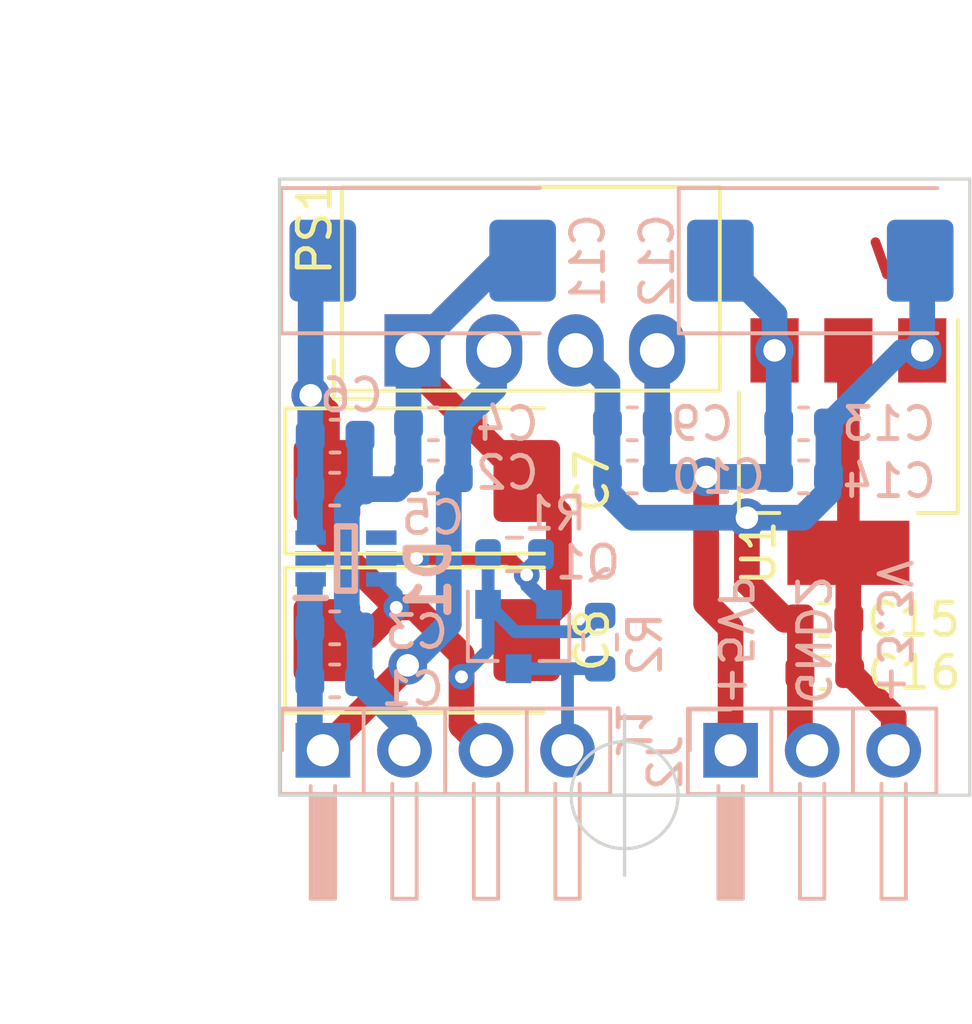
<source format=kicad_pcb>
(kicad_pcb (version 20171130) (host pcbnew "(5.1.10)-1")

  (general
    (thickness 1.6)
    (drawings 17)
    (tracks 129)
    (zones 0)
    (modules 24)
    (nets 9)
  )

  (page A4)
  (layers
    (0 F.Cu signal)
    (31 B.Cu signal)
    (32 B.Adhes user)
    (33 F.Adhes user)
    (34 B.Paste user)
    (35 F.Paste user)
    (36 B.SilkS user)
    (37 F.SilkS user)
    (38 B.Mask user)
    (39 F.Mask user)
    (40 Dwgs.User user)
    (41 Cmts.User user)
    (42 Eco1.User user)
    (43 Eco2.User user)
    (44 Edge.Cuts user)
    (45 Margin user)
    (46 B.CrtYd user)
    (47 F.CrtYd user)
    (48 B.Fab user hide)
    (49 F.Fab user hide)
  )

  (setup
    (last_trace_width 0.8)
    (user_trace_width 0.3)
    (user_trace_width 0.4)
    (user_trace_width 0.5)
    (user_trace_width 0.6)
    (user_trace_width 0.7)
    (user_trace_width 0.8)
    (user_trace_width 1)
    (user_trace_width 1.2)
    (user_trace_width 1.4)
    (user_trace_width 2)
    (trace_clearance 0.2)
    (zone_clearance 0.254)
    (zone_45_only yes)
    (trace_min 0.2)
    (via_size 0.8)
    (via_drill 0.4)
    (via_min_size 0.4)
    (via_min_drill 0.3)
    (user_via 1.1 0.6)
    (user_via 1.2 0.7)
    (user_via 1.6 1)
    (user_via 1.8 1.2)
    (user_via 2 1.4)
    (user_via 2.4 1.8)
    (uvia_size 0.3)
    (uvia_drill 0.1)
    (uvias_allowed no)
    (uvia_min_size 0.2)
    (uvia_min_drill 0.1)
    (edge_width 0.1)
    (segment_width 0.2)
    (pcb_text_width 0.3)
    (pcb_text_size 1.5 1.5)
    (mod_edge_width 0.15)
    (mod_text_size 1 1)
    (mod_text_width 0.15)
    (pad_size 1.7 1.7)
    (pad_drill 1)
    (pad_to_mask_clearance 0)
    (aux_axis_origin 100 100)
    (grid_origin 100 100)
    (visible_elements 7FFFFFFF)
    (pcbplotparams
      (layerselection 0x010fc_ffffffff)
      (usegerberextensions false)
      (usegerberattributes true)
      (usegerberadvancedattributes true)
      (creategerberjobfile true)
      (excludeedgelayer true)
      (linewidth 0.020000)
      (plotframeref false)
      (viasonmask false)
      (mode 1)
      (useauxorigin false)
      (hpglpennumber 1)
      (hpglpenspeed 20)
      (hpglpendiameter 15.000000)
      (psnegative false)
      (psa4output false)
      (plotreference true)
      (plotvalue true)
      (plotinvisibletext false)
      (padsonsilk false)
      (subtractmaskfromsilk true)
      (outputformat 1)
      (mirror false)
      (drillshape 0)
      (scaleselection 1)
      (outputdirectory "Gerbers/"))
  )

  (net 0 "")
  (net 1 +5P)
  (net 2 GND1)
  (net 3 +5VP)
  (net 4 /+5V_state)
  (net 5 +3.3VP)
  (net 6 +5V)
  (net 7 GND2)
  (net 8 "Net-(D1-Pad5)")

  (net_class Default "Это класс цепей по умолчанию."
    (clearance 0.2)
    (trace_width 0.25)
    (via_dia 0.8)
    (via_drill 0.4)
    (uvia_dia 0.3)
    (uvia_drill 0.1)
    (add_net +3.3VP)
    (add_net +5P)
    (add_net +5V)
    (add_net +5VP)
    (add_net /+5V_state)
    (add_net GND1)
    (add_net GND2)
    (add_net "Net-(D1-Pad5)")
  )

  (net_class AC230V ""
    (clearance 0.8)
    (trace_width 2)
    (via_dia 1.8)
    (via_drill 1)
    (uvia_dia 0.3)
    (uvia_drill 0.1)
  )

  (module Modules:SOP65P210X110-6N (layer B.Cu) (tedit 6035FE66) (tstamp 61A2C405)
    (at 91.321 92.634)
    (descr "6-Pin SC-70")
    (tags Diode)
    (path /61A5DC80)
    (attr smd)
    (fp_text reference D1 (at 2.583 0.635 270) (layer B.SilkS)
      (effects (font (size 1.27 1.27) (thickness 0.254)) (justify mirror))
    )
    (fp_text value LM66100DCKR (at 0 -2.286) (layer B.Fab) hide
      (effects (font (size 1.27 1.27) (thickness 0.254)) (justify mirror))
    )
    (fp_text user %R (at 0 2.286) (layer B.Fab) hide
      (effects (font (size 1.27 1.27) (thickness 0.254)) (justify mirror))
    )
    (fp_line (start -1.825 1.325) (end 1.825 1.325) (layer B.CrtYd) (width 0.05))
    (fp_line (start 1.825 1.325) (end 1.825 -1.325) (layer B.CrtYd) (width 0.05))
    (fp_line (start 1.825 -1.325) (end -1.825 -1.325) (layer B.CrtYd) (width 0.05))
    (fp_line (start -1.825 -1.325) (end -1.825 1.325) (layer B.CrtYd) (width 0.05))
    (fp_line (start -0.625 1) (end 0.625 1) (layer B.Fab) (width 0.1))
    (fp_line (start 0.625 1) (end 0.625 -1) (layer B.Fab) (width 0.1))
    (fp_line (start 0.625 -1) (end -0.625 -1) (layer B.Fab) (width 0.1))
    (fp_line (start -0.625 -1) (end -0.625 1) (layer B.Fab) (width 0.1))
    (fp_line (start -0.625 0.35) (end 0.025 1) (layer B.Fab) (width 0.1))
    (fp_line (start -0.275 1) (end 0.275 1) (layer B.SilkS) (width 0.2))
    (fp_line (start 0.275 1) (end 0.275 -1) (layer B.SilkS) (width 0.2))
    (fp_line (start 0.275 -1) (end -0.275 -1) (layer B.SilkS) (width 0.2))
    (fp_line (start -0.275 -1) (end -0.275 1) (layer B.SilkS) (width 0.2))
    (fp_line (start -1.575 1.225) (end -0.625 1.225) (layer B.SilkS) (width 0.2))
    (pad 6 smd rect (at 1.1 0.65 270) (size 0.45 0.95) (layers B.Cu B.Paste B.Mask)
      (net 1 +5P))
    (pad 5 smd rect (at 1.1 0 270) (size 0.45 0.95) (layers B.Cu B.Paste B.Mask)
      (net 8 "Net-(D1-Pad5)"))
    (pad 4 smd rect (at 1.1 -0.65 270) (size 0.45 0.95) (layers B.Cu B.Paste B.Mask))
    (pad 3 smd rect (at -1.1 -0.65 270) (size 0.45 0.95) (layers B.Cu B.Paste B.Mask)
      (net 1 +5P))
    (pad 2 smd rect (at -1.1 0 270) (size 0.45 0.95) (layers B.Cu B.Paste B.Mask)
      (net 2 GND1))
    (pad 1 smd rect (at -1.1 0.65 270) (size 0.45 0.95) (layers B.Cu B.Paste B.Mask)
      (net 6 +5V))
    (model LM66100DCKR.stp
      (at (xyz 0 0 0))
      (scale (xyz 1 1 1))
      (rotate (xyz 0 0 0))
    )
    (model ${KIPRJMOD}/../../KiCAD_libraries/3D-models/LM66100DCKR.stp
      (at (xyz 0 0 0))
      (scale (xyz 1 1 1))
      (rotate (xyz 0 0 0))
    )
  )

  (module Capacitor_Tantalum_SMD:CP_EIA-7343-15_Kemet-W (layer B.Cu) (tedit 5EBA9318) (tstamp 61A78C39)
    (at 106.096 83.363)
    (descr "Tantalum Capacitor SMD Kemet-W (7343-15 Metric), IPC_7351 nominal, (Body size from: http://www.kemet.com/Lists/ProductCatalog/Attachments/253/KEM_TC101_STD.pdf), generated with kicad-footprint-generator")
    (tags "capacitor tantalum")
    (path /621F10A9)
    (attr smd)
    (fp_text reference C12 (at -5.08 0 90) (layer B.SilkS)
      (effects (font (size 1 1) (thickness 0.15)) (justify mirror))
    )
    (fp_text value 470uF (at 0 -3.1) (layer B.Fab)
      (effects (font (size 1 1) (thickness 0.15)) (justify mirror))
    )
    (fp_text user %R (at 0 0) (layer B.Fab)
      (effects (font (size 1 1) (thickness 0.15)) (justify mirror))
    )
    (fp_line (start 3.65 2.15) (end -2.65 2.15) (layer B.Fab) (width 0.1))
    (fp_line (start -2.65 2.15) (end -3.65 1.15) (layer B.Fab) (width 0.1))
    (fp_line (start -3.65 1.15) (end -3.65 -2.15) (layer B.Fab) (width 0.1))
    (fp_line (start -3.65 -2.15) (end 3.65 -2.15) (layer B.Fab) (width 0.1))
    (fp_line (start 3.65 -2.15) (end 3.65 2.15) (layer B.Fab) (width 0.1))
    (fp_line (start 3.65 2.26) (end -4.41 2.26) (layer B.SilkS) (width 0.12))
    (fp_line (start -4.41 2.26) (end -4.41 -2.26) (layer B.SilkS) (width 0.12))
    (fp_line (start -4.41 -2.26) (end 3.65 -2.26) (layer B.SilkS) (width 0.12))
    (fp_line (start -4.4 -2.4) (end -4.4 2.4) (layer B.CrtYd) (width 0.05))
    (fp_line (start -4.4 2.4) (end 4.4 2.4) (layer B.CrtYd) (width 0.05))
    (fp_line (start 4.4 2.4) (end 4.4 -2.4) (layer B.CrtYd) (width 0.05))
    (fp_line (start 4.4 -2.4) (end -4.4 -2.4) (layer B.CrtYd) (width 0.05))
    (pad 2 smd roundrect (at 3.1125 0) (size 2.075 2.55) (layers B.Cu B.Paste B.Mask) (roundrect_rratio 0.120482)
      (net 7 GND2))
    (pad 1 smd roundrect (at -3.1125 0) (size 2.075 2.55) (layers B.Cu B.Paste B.Mask) (roundrect_rratio 0.120482)
      (net 3 +5VP))
    (model ${KISYS3DMOD}/Capacitor_Tantalum_SMD.3dshapes/CP_EIA-7343-15_Kemet-W.wrl
      (at (xyz 0 0 0))
      (scale (xyz 1 1 1))
      (rotate (xyz 0 0 0))
    )
  )

  (module Modules:PinHeader_1x03_P2.54mm_Horizontal (layer B.Cu) (tedit 61A65527) (tstamp 61A2C450)
    (at 103.302 98.603 270)
    (descr "Through hole angled pin header, 1x03, 2.54mm pitch, 6mm pin length, single row")
    (tags "Through hole angled pin header THT 1x03 2.54mm single row")
    (path /61BF0BAB)
    (fp_text reference J2 (at 0.381 2.032 270) (layer B.SilkS)
      (effects (font (size 1 1) (thickness 0.15)) (justify mirror))
    )
    (fp_text value Vout2 (at 4.385 -7.35 90) (layer B.Fab)
      (effects (font (size 1 1) (thickness 0.15)) (justify mirror))
    )
    (fp_text user %R (at -2.71 -2.54 180) (layer B.Fab)
      (effects (font (size 1 1) (thickness 0.15)) (justify mirror))
    )
    (fp_line (start -0.605 1.27) (end 1.3 1.27) (layer B.Fab) (width 0.1))
    (fp_line (start 1.3 1.27) (end 1.3 -6.35) (layer B.Fab) (width 0.1))
    (fp_line (start 1.3 -6.35) (end -1.24 -6.35) (layer B.Fab) (width 0.1))
    (fp_line (start -1.24 -6.35) (end -1.24 0.635) (layer B.Fab) (width 0.1))
    (fp_line (start -1.24 0.635) (end -0.605 1.27) (layer B.Fab) (width 0.1))
    (fp_line (start -0.32 0.32) (end 1.5 0.32) (layer B.Fab) (width 0.1))
    (fp_line (start -0.32 0.32) (end -0.32 -0.32) (layer B.Fab) (width 0.1))
    (fp_line (start -0.32 -0.32) (end 1.5 -0.32) (layer B.Fab) (width 0.1))
    (fp_line (start 1.3 0.32) (end 4.56 0.32) (layer B.Fab) (width 0.1))
    (fp_line (start 4.56 0.32) (end 4.56 -0.32) (layer B.Fab) (width 0.1))
    (fp_line (start 1.3 -0.32) (end 4.56 -0.32) (layer B.Fab) (width 0.1))
    (fp_line (start -0.32 -2.22) (end 1.5 -2.22) (layer B.Fab) (width 0.1))
    (fp_line (start -0.32 -2.22) (end -0.32 -2.86) (layer B.Fab) (width 0.1))
    (fp_line (start -0.32 -2.86) (end 1.5 -2.86) (layer B.Fab) (width 0.1))
    (fp_line (start 1.3 -2.22) (end 4.56 -2.22) (layer B.Fab) (width 0.1))
    (fp_line (start 4.56 -2.22) (end 4.56 -2.86) (layer B.Fab) (width 0.1))
    (fp_line (start 1.3 -2.86) (end 4.56 -2.86) (layer B.Fab) (width 0.1))
    (fp_line (start -0.32 -4.76) (end 1.5 -4.76) (layer B.Fab) (width 0.1))
    (fp_line (start -0.32 -4.76) (end -0.32 -5.4) (layer B.Fab) (width 0.1))
    (fp_line (start -0.32 -5.4) (end 1.5 -5.4) (layer B.Fab) (width 0.1))
    (fp_line (start 1.3 -4.76) (end 4.56 -4.76) (layer B.Fab) (width 0.1))
    (fp_line (start 4.56 -4.76) (end 4.56 -5.4) (layer B.Fab) (width 0.1))
    (fp_line (start 1.3 -5.4) (end 4.56 -5.4) (layer B.Fab) (width 0.1))
    (fp_line (start -1.3 1.33) (end -1.3 -6.41) (layer B.SilkS) (width 0.12))
    (fp_line (start -1.3 -6.41) (end 1.36 -6.41) (layer B.SilkS) (width 0.12))
    (fp_line (start 1.36 -6.41) (end 1.36 1.33) (layer B.SilkS) (width 0.12))
    (fp_line (start 1.36 1.33) (end -1.3 1.33) (layer B.SilkS) (width 0.12))
    (fp_line (start 1.36 0.38) (end 4.62 0.38) (layer B.SilkS) (width 0.12))
    (fp_line (start 4.62 0.38) (end 4.62 -0.38) (layer B.SilkS) (width 0.12))
    (fp_line (start 1.36 -0.38) (end 4.62 -0.38) (layer B.SilkS) (width 0.12))
    (fp_line (start 1.36 0.32) (end 4.62 0.32) (layer B.SilkS) (width 0.12))
    (fp_line (start 1.36 0.2) (end 4.62 0.2) (layer B.SilkS) (width 0.12))
    (fp_line (start 1.36 0.08) (end 4.62 0.08) (layer B.SilkS) (width 0.12))
    (fp_line (start 1.36 -0.04) (end 4.62 -0.04) (layer B.SilkS) (width 0.12))
    (fp_line (start 1.36 -0.16) (end 4.62 -0.16) (layer B.SilkS) (width 0.12))
    (fp_line (start 1.36 -0.28) (end 4.62 -0.28) (layer B.SilkS) (width 0.12))
    (fp_line (start 1.11 0.38) (end 1.44 0.38) (layer B.SilkS) (width 0.12))
    (fp_line (start 1.11 -0.38) (end 1.44 -0.38) (layer B.SilkS) (width 0.12))
    (fp_line (start -1.3 -1.27) (end 1.36 -1.27) (layer B.SilkS) (width 0.12))
    (fp_line (start 1.36 -2.16) (end 4.62 -2.16) (layer B.SilkS) (width 0.12))
    (fp_line (start 4.62 -2.16) (end 4.62 -2.92) (layer B.SilkS) (width 0.12))
    (fp_line (start 4.62 -2.92) (end 1.36 -2.92) (layer B.SilkS) (width 0.12))
    (fp_line (start 1.042929 -2.16) (end 1.44 -2.16) (layer B.SilkS) (width 0.12))
    (fp_line (start 1.042929 -2.92) (end 1.44 -2.92) (layer B.SilkS) (width 0.12))
    (fp_line (start -1.3 -3.81) (end 1.36 -3.81) (layer B.SilkS) (width 0.12))
    (fp_line (start 1.36 -4.7) (end 4.62 -4.7) (layer B.SilkS) (width 0.12))
    (fp_line (start 4.62 -4.7) (end 4.62 -5.46) (layer B.SilkS) (width 0.12))
    (fp_line (start 4.62 -5.46) (end 1.36 -5.46) (layer B.SilkS) (width 0.12))
    (fp_line (start 1.042929 -4.7) (end 1.44 -4.7) (layer B.SilkS) (width 0.12))
    (fp_line (start 1.042929 -5.46) (end 1.44 -5.46) (layer B.SilkS) (width 0.12))
    (fp_line (start -1.27 0) (end -1.27 1.27) (layer B.SilkS) (width 0.12))
    (fp_line (start -1.27 1.27) (end 0 1.27) (layer B.SilkS) (width 0.12))
    (fp_line (start -1.397 1.397) (end -1.397 -6.477) (layer B.CrtYd) (width 0.05))
    (fp_line (start -1.397 -6.477) (end 4.699 -6.477) (layer B.CrtYd) (width 0.05))
    (fp_line (start 4.699 -6.477) (end 4.699 1.397) (layer B.CrtYd) (width 0.05))
    (fp_line (start 4.699 1.397) (end -1.397 1.397) (layer B.CrtYd) (width 0.05))
    (pad 3 thru_hole oval (at 0 -5.08 270) (size 1.7 1.7) (drill 1) (layers *.Cu *.Mask)
      (net 5 +3.3VP))
    (pad 2 thru_hole oval (at 0 -2.54 270) (size 1.7 1.7) (drill 1) (layers *.Cu *.Mask)
      (net 7 GND2))
    (pad 1 thru_hole rect (at 0 0 270) (size 1.7 1.7) (drill 1) (layers *.Cu *.Mask)
      (net 3 +5VP))
    (model ${KISYS3DMOD}/Connector_PinHeader_2.54mm.3dshapes/PinHeader_1x03_P2.54mm_Horizontal.wrl
      (offset (xyz 1.27 -5.08 4))
      (scale (xyz 1 1 1))
      (rotate (xyz 0 -90 180))
    )
  )

  (module Modules:PinHeader_1x04_P2.54mm_Horizontal (layer B.Cu) (tedit 61A6556C) (tstamp 61A30D35)
    (at 90.602 98.603 270)
    (descr "Through hole angled pin header, 1x04, 2.54mm pitch, 6mm pin length, single row")
    (tags "Through hole angled pin header THT 1x04 2.54mm single row")
    (path /61B54CED)
    (fp_text reference J1 (at -0.635 -9.652 270 unlocked) (layer B.SilkS)
      (effects (font (size 1 1) (thickness 0.15)) (justify mirror))
    )
    (fp_text value Vout1 (at 4.385 -9.89 90) (layer B.Fab)
      (effects (font (size 1 1) (thickness 0.15)) (justify mirror))
    )
    (fp_text user %R (at -2.71 -3.81 180) (layer B.Fab)
      (effects (font (size 1 1) (thickness 0.15)) (justify mirror))
    )
    (fp_line (start 4.699 1.397) (end -1.397 1.397) (layer B.CrtYd) (width 0.05))
    (fp_line (start 4.699 -9.017) (end 4.699 1.397) (layer B.CrtYd) (width 0.05))
    (fp_line (start -1.397 -9.017) (end 4.699 -9.017) (layer B.CrtYd) (width 0.05))
    (fp_line (start -1.397 1.397) (end -1.397 -9.017) (layer B.CrtYd) (width 0.05))
    (fp_line (start -1.27 1.27) (end 0 1.27) (layer B.SilkS) (width 0.12))
    (fp_line (start -1.27 0) (end -1.27 1.27) (layer B.SilkS) (width 0.12))
    (fp_line (start 1.042929 -8) (end 1.44 -8) (layer B.SilkS) (width 0.12))
    (fp_line (start 1.042929 -7.24) (end 1.44 -7.24) (layer B.SilkS) (width 0.12))
    (fp_line (start 4.62 -8) (end 1.36 -8) (layer B.SilkS) (width 0.12))
    (fp_line (start 4.62 -7.24) (end 4.62 -8) (layer B.SilkS) (width 0.12))
    (fp_line (start 1.36 -7.24) (end 4.62 -7.24) (layer B.SilkS) (width 0.12))
    (fp_line (start -1.3 -6.35) (end 1.36 -6.35) (layer B.SilkS) (width 0.12))
    (fp_line (start 1.042929 -5.46) (end 1.44 -5.46) (layer B.SilkS) (width 0.12))
    (fp_line (start 1.042929 -4.7) (end 1.44 -4.7) (layer B.SilkS) (width 0.12))
    (fp_line (start 4.62 -5.46) (end 1.36 -5.46) (layer B.SilkS) (width 0.12))
    (fp_line (start 4.62 -4.7) (end 4.62 -5.46) (layer B.SilkS) (width 0.12))
    (fp_line (start 1.36 -4.7) (end 4.62 -4.7) (layer B.SilkS) (width 0.12))
    (fp_line (start -1.3 -3.81) (end 1.36 -3.81) (layer B.SilkS) (width 0.12))
    (fp_line (start 1.042929 -2.92) (end 1.44 -2.92) (layer B.SilkS) (width 0.12))
    (fp_line (start 1.042929 -2.16) (end 1.44 -2.16) (layer B.SilkS) (width 0.12))
    (fp_line (start 4.62 -2.92) (end 1.36 -2.92) (layer B.SilkS) (width 0.12))
    (fp_line (start 4.62 -2.16) (end 4.62 -2.92) (layer B.SilkS) (width 0.12))
    (fp_line (start 1.36 -2.16) (end 4.62 -2.16) (layer B.SilkS) (width 0.12))
    (fp_line (start -1.3 -1.27) (end 1.36 -1.27) (layer B.SilkS) (width 0.12))
    (fp_line (start 1.11 -0.38) (end 1.44 -0.38) (layer B.SilkS) (width 0.12))
    (fp_line (start 1.11 0.38) (end 1.44 0.38) (layer B.SilkS) (width 0.12))
    (fp_line (start 1.36 -0.28) (end 4.62 -0.28) (layer B.SilkS) (width 0.12))
    (fp_line (start 1.36 -0.16) (end 4.62 -0.16) (layer B.SilkS) (width 0.12))
    (fp_line (start 1.36 -0.04) (end 4.62 -0.04) (layer B.SilkS) (width 0.12))
    (fp_line (start 1.36 0.08) (end 4.62 0.08) (layer B.SilkS) (width 0.12))
    (fp_line (start 1.36 0.2) (end 4.62 0.2) (layer B.SilkS) (width 0.12))
    (fp_line (start 1.36 0.32) (end 4.62 0.32) (layer B.SilkS) (width 0.12))
    (fp_line (start 4.62 -0.38) (end 1.36 -0.38) (layer B.SilkS) (width 0.12))
    (fp_line (start 4.62 0.38) (end 4.62 -0.38) (layer B.SilkS) (width 0.12))
    (fp_line (start 1.36 0.38) (end 4.62 0.38) (layer B.SilkS) (width 0.12))
    (fp_line (start 1.36 1.33) (end -1.3 1.33) (layer B.SilkS) (width 0.12))
    (fp_line (start 1.36 -8.95) (end 1.36 1.33) (layer B.SilkS) (width 0.12))
    (fp_line (start -1.3 -8.95) (end 1.36 -8.95) (layer B.SilkS) (width 0.12))
    (fp_line (start -1.3 1.33) (end -1.3 -8.95) (layer B.SilkS) (width 0.12))
    (fp_line (start 1.3 -7.94) (end 4.56 -7.94) (layer B.Fab) (width 0.1))
    (fp_line (start 4.56 -7.3) (end 4.56 -7.94) (layer B.Fab) (width 0.1))
    (fp_line (start 1.3 -7.3) (end 4.56 -7.3) (layer B.Fab) (width 0.1))
    (fp_line (start -0.32 -7.94) (end 1.5 -7.94) (layer B.Fab) (width 0.1))
    (fp_line (start -0.32 -7.3) (end -0.32 -7.94) (layer B.Fab) (width 0.1))
    (fp_line (start -0.32 -7.3) (end 1.5 -7.3) (layer B.Fab) (width 0.1))
    (fp_line (start 1.3 -5.4) (end 4.56 -5.4) (layer B.Fab) (width 0.1))
    (fp_line (start 4.56 -4.76) (end 4.56 -5.4) (layer B.Fab) (width 0.1))
    (fp_line (start 1.3 -4.76) (end 4.56 -4.76) (layer B.Fab) (width 0.1))
    (fp_line (start -0.32 -5.4) (end 1.5 -5.4) (layer B.Fab) (width 0.1))
    (fp_line (start -0.32 -4.76) (end -0.32 -5.4) (layer B.Fab) (width 0.1))
    (fp_line (start -0.32 -4.76) (end 1.5 -4.76) (layer B.Fab) (width 0.1))
    (fp_line (start 1.3 -2.86) (end 4.56 -2.86) (layer B.Fab) (width 0.1))
    (fp_line (start 4.56 -2.22) (end 4.56 -2.86) (layer B.Fab) (width 0.1))
    (fp_line (start 1.3 -2.22) (end 4.56 -2.22) (layer B.Fab) (width 0.1))
    (fp_line (start -0.32 -2.86) (end 1.5 -2.86) (layer B.Fab) (width 0.1))
    (fp_line (start -0.32 -2.22) (end -0.32 -2.86) (layer B.Fab) (width 0.1))
    (fp_line (start -0.32 -2.22) (end 1.5 -2.22) (layer B.Fab) (width 0.1))
    (fp_line (start 1.3 -0.32) (end 4.56 -0.32) (layer B.Fab) (width 0.1))
    (fp_line (start 4.56 0.32) (end 4.56 -0.32) (layer B.Fab) (width 0.1))
    (fp_line (start 1.3 0.32) (end 4.56 0.32) (layer B.Fab) (width 0.1))
    (fp_line (start -0.32 -0.32) (end 1.5 -0.32) (layer B.Fab) (width 0.1))
    (fp_line (start -0.32 0.32) (end -0.32 -0.32) (layer B.Fab) (width 0.1))
    (fp_line (start -0.32 0.32) (end 1.5 0.32) (layer B.Fab) (width 0.1))
    (fp_line (start -1.24 0.635) (end -0.605 1.27) (layer B.Fab) (width 0.1))
    (fp_line (start -1.24 -8.89) (end -1.24 0.635) (layer B.Fab) (width 0.1))
    (fp_line (start 1.3 -8.89) (end -1.24 -8.89) (layer B.Fab) (width 0.1))
    (fp_line (start 1.3 1.27) (end 1.3 -8.89) (layer B.Fab) (width 0.1))
    (fp_line (start -0.605 1.27) (end 1.3 1.27) (layer B.Fab) (width 0.1))
    (pad 4 thru_hole oval (at 0 -7.62 270) (size 1.7 1.7) (drill 1) (layers *.Cu *.Mask)
      (net 4 /+5V_state))
    (pad 3 thru_hole oval (at 0 -5.08 270) (size 1.7 1.7) (drill 1) (layers *.Cu *.Mask)
      (net 1 +5P))
    (pad 2 thru_hole oval (at 0 -2.54 270) (size 1.7 1.7) (drill 1) (layers *.Cu *.Mask)
      (net 2 GND1))
    (pad 1 thru_hole rect (at 0 0 270) (size 1.7 1.7) (drill 1) (layers *.Cu *.Mask)
      (net 6 +5V))
    (model ${KISYS3DMOD}/Connector_PinHeader_2.54mm.3dshapes/PinHeader_1x04_P2.54mm_Horizontal.wrl
      (offset (xyz 1.27 -7.62 4))
      (scale (xyz 1 1 1))
      (rotate (xyz 0 -90 180))
    )
  )

  (module Capacitor_Tantalum_SMD:CP_EIA-7343-15_Kemet-W (layer B.Cu) (tedit 5EBA9318) (tstamp 61A409DB)
    (at 93.7125 83.363)
    (descr "Tantalum Capacitor SMD Kemet-W (7343-15 Metric), IPC_7351 nominal, (Body size from: http://www.kemet.com/Lists/ProductCatalog/Attachments/253/KEM_TC101_STD.pdf), generated with kicad-footprint-generator")
    (tags "capacitor tantalum")
    (path /61A863EF)
    (attr smd)
    (fp_text reference C11 (at 5.1445 0 90) (layer B.SilkS)
      (effects (font (size 1 1) (thickness 0.15)) (justify mirror))
    )
    (fp_text value 470uF (at 0 -3.1) (layer B.Fab)
      (effects (font (size 1 1) (thickness 0.15)) (justify mirror))
    )
    (fp_text user %R (at 0 0) (layer B.Fab)
      (effects (font (size 1 1) (thickness 0.15)) (justify mirror))
    )
    (fp_line (start 3.65 2.15) (end -2.65 2.15) (layer B.Fab) (width 0.1))
    (fp_line (start -2.65 2.15) (end -3.65 1.15) (layer B.Fab) (width 0.1))
    (fp_line (start -3.65 1.15) (end -3.65 -2.15) (layer B.Fab) (width 0.1))
    (fp_line (start -3.65 -2.15) (end 3.65 -2.15) (layer B.Fab) (width 0.1))
    (fp_line (start 3.65 -2.15) (end 3.65 2.15) (layer B.Fab) (width 0.1))
    (fp_line (start 3.65 2.26) (end -4.41 2.26) (layer B.SilkS) (width 0.12))
    (fp_line (start -4.41 2.26) (end -4.41 -2.26) (layer B.SilkS) (width 0.12))
    (fp_line (start -4.41 -2.26) (end 3.65 -2.26) (layer B.SilkS) (width 0.12))
    (fp_line (start -4.4 -2.4) (end -4.4 2.4) (layer B.CrtYd) (width 0.05))
    (fp_line (start -4.4 2.4) (end 4.4 2.4) (layer B.CrtYd) (width 0.05))
    (fp_line (start 4.4 2.4) (end 4.4 -2.4) (layer B.CrtYd) (width 0.05))
    (fp_line (start 4.4 -2.4) (end -4.4 -2.4) (layer B.CrtYd) (width 0.05))
    (pad 2 smd roundrect (at 3.1125 0) (size 2.075 2.55) (layers B.Cu B.Paste B.Mask) (roundrect_rratio 0.120482)
      (net 2 GND1))
    (pad 1 smd roundrect (at -3.1125 0) (size 2.075 2.55) (layers B.Cu B.Paste B.Mask) (roundrect_rratio 0.120482)
      (net 1 +5P))
    (model ${KISYS3DMOD}/Capacitor_Tantalum_SMD.3dshapes/CP_EIA-7343-15_Kemet-W.wrl
      (at (xyz 0 0 0))
      (scale (xyz 1 1 1))
      (rotate (xyz 0 0 0))
    )
  )

  (module Package_TO_SOT_SMD:SOT-223-3_TabPin2 (layer F.Cu) (tedit 5A02FF57) (tstamp 61A2C4ED)
    (at 106.971 89.307 270)
    (descr "module CMS SOT223 4 pins")
    (tags "CMS SOT")
    (path /61A698C6)
    (attr smd)
    (fp_text reference U1 (at 3.15 2.794 270) (layer F.SilkS)
      (effects (font (size 1 1) (thickness 0.15)))
    )
    (fp_text value LM1117-3.3 (at 0 4.5 90) (layer F.Fab)
      (effects (font (size 1 1) (thickness 0.15)))
    )
    (fp_text user %R (at 0 0) (layer F.Fab)
      (effects (font (size 0.8 0.8) (thickness 0.12)))
    )
    (fp_line (start 1.91 3.41) (end 1.91 2.15) (layer F.SilkS) (width 0.12))
    (fp_line (start 1.91 -3.41) (end 1.91 -2.15) (layer F.SilkS) (width 0.12))
    (fp_line (start 4.4 -3.6) (end -4.4 -3.6) (layer F.CrtYd) (width 0.05))
    (fp_line (start 4.4 3.6) (end 4.4 -3.6) (layer F.CrtYd) (width 0.05))
    (fp_line (start -4.4 3.6) (end 4.4 3.6) (layer F.CrtYd) (width 0.05))
    (fp_line (start -4.4 -3.6) (end -4.4 3.6) (layer F.CrtYd) (width 0.05))
    (fp_line (start -1.85 -2.35) (end -0.85 -3.35) (layer F.Fab) (width 0.1))
    (fp_line (start -1.85 -2.35) (end -1.85 3.35) (layer F.Fab) (width 0.1))
    (fp_line (start -1.85 3.41) (end 1.91 3.41) (layer F.SilkS) (width 0.12))
    (fp_line (start -0.85 -3.35) (end 1.85 -3.35) (layer F.Fab) (width 0.1))
    (fp_line (start -4.1 -3.41) (end 1.91 -3.41) (layer F.SilkS) (width 0.12))
    (fp_line (start -1.85 3.35) (end 1.85 3.35) (layer F.Fab) (width 0.1))
    (fp_line (start 1.85 -3.35) (end 1.85 3.35) (layer F.Fab) (width 0.1))
    (pad 1 smd rect (at -3.15 -2.3 270) (size 2 1.5) (layers F.Cu F.Paste F.Mask)
      (net 7 GND2))
    (pad 3 smd rect (at -3.15 2.3 270) (size 2 1.5) (layers F.Cu F.Paste F.Mask)
      (net 3 +5VP))
    (pad 2 smd rect (at -3.15 0 270) (size 2 1.5) (layers F.Cu F.Paste F.Mask)
      (net 5 +3.3VP))
    (pad 2 smd rect (at 3.15 0 270) (size 2 3.8) (layers F.Cu F.Paste F.Mask)
      (net 5 +3.3VP))
    (model ${KISYS3DMOD}/Package_TO_SOT_SMD.3dshapes/SOT-223.wrl
      (at (xyz 0 0 0))
      (scale (xyz 1 1 1))
      (rotate (xyz 0 0 0))
    )
  )

  (module Capacitor_SMD:C_0603_1608Metric (layer B.Cu) (tedit 5F68FEEE) (tstamp 61A4E33E)
    (at 105.575 88.443 180)
    (descr "Capacitor SMD 0603 (1608 Metric), square (rectangular) end terminal, IPC_7351 nominal, (Body size source: IPC-SM-782 page 76, https://www.pcb-3d.com/wordpress/wp-content/uploads/ipc-sm-782a_amendment_1_and_2.pdf), generated with kicad-footprint-generator")
    (tags capacitor)
    (path /61A698BA)
    (attr smd)
    (fp_text reference C13 (at -2.654 0) (layer B.SilkS)
      (effects (font (size 1 1) (thickness 0.15)) (justify mirror))
    )
    (fp_text value 10uF (at 0 -1.43) (layer B.Fab)
      (effects (font (size 1 1) (thickness 0.15)) (justify mirror))
    )
    (fp_text user %R (at 0 0) (layer B.Fab)
      (effects (font (size 0.4 0.4) (thickness 0.06)) (justify mirror))
    )
    (fp_line (start -0.8 -0.4) (end -0.8 0.4) (layer B.Fab) (width 0.1))
    (fp_line (start -0.8 0.4) (end 0.8 0.4) (layer B.Fab) (width 0.1))
    (fp_line (start 0.8 0.4) (end 0.8 -0.4) (layer B.Fab) (width 0.1))
    (fp_line (start 0.8 -0.4) (end -0.8 -0.4) (layer B.Fab) (width 0.1))
    (fp_line (start -0.14058 0.51) (end 0.14058 0.51) (layer B.SilkS) (width 0.12))
    (fp_line (start -0.14058 -0.51) (end 0.14058 -0.51) (layer B.SilkS) (width 0.12))
    (fp_line (start -1.48 -0.73) (end -1.48 0.73) (layer B.CrtYd) (width 0.05))
    (fp_line (start -1.48 0.73) (end 1.48 0.73) (layer B.CrtYd) (width 0.05))
    (fp_line (start 1.48 0.73) (end 1.48 -0.73) (layer B.CrtYd) (width 0.05))
    (fp_line (start 1.48 -0.73) (end -1.48 -0.73) (layer B.CrtYd) (width 0.05))
    (pad 2 smd roundrect (at 0.775 0 180) (size 0.9 0.95) (layers B.Cu B.Paste B.Mask) (roundrect_rratio 0.25)
      (net 3 +5VP))
    (pad 1 smd roundrect (at -0.775 0 180) (size 0.9 0.95) (layers B.Cu B.Paste B.Mask) (roundrect_rratio 0.25)
      (net 7 GND2))
    (model ${KISYS3DMOD}/Capacitor_SMD.3dshapes/C_0603_1608Metric.wrl
      (at (xyz 0 0 0))
      (scale (xyz 1 1 1))
      (rotate (xyz 0 0 0))
    )
  )

  (module Capacitor_SMD:C_0603_1608Metric (layer B.Cu) (tedit 5F68FEEE) (tstamp 61A4E38F)
    (at 105.575 90.094 180)
    (descr "Capacitor SMD 0603 (1608 Metric), square (rectangular) end terminal, IPC_7351 nominal, (Body size source: IPC-SM-782 page 76, https://www.pcb-3d.com/wordpress/wp-content/uploads/ipc-sm-782a_amendment_1_and_2.pdf), generated with kicad-footprint-generator")
    (tags capacitor)
    (path /61A698C0)
    (attr smd)
    (fp_text reference C14 (at -2.667 -0.127) (layer B.SilkS)
      (effects (font (size 1 1) (thickness 0.15)) (justify mirror))
    )
    (fp_text value 100nF (at 0 -1.43) (layer B.Fab)
      (effects (font (size 1 1) (thickness 0.15)) (justify mirror))
    )
    (fp_text user %R (at 0 0) (layer B.Fab)
      (effects (font (size 0.4 0.4) (thickness 0.06)) (justify mirror))
    )
    (fp_line (start -0.8 -0.4) (end -0.8 0.4) (layer B.Fab) (width 0.1))
    (fp_line (start -0.8 0.4) (end 0.8 0.4) (layer B.Fab) (width 0.1))
    (fp_line (start 0.8 0.4) (end 0.8 -0.4) (layer B.Fab) (width 0.1))
    (fp_line (start 0.8 -0.4) (end -0.8 -0.4) (layer B.Fab) (width 0.1))
    (fp_line (start -0.14058 0.51) (end 0.14058 0.51) (layer B.SilkS) (width 0.12))
    (fp_line (start -0.14058 -0.51) (end 0.14058 -0.51) (layer B.SilkS) (width 0.12))
    (fp_line (start -1.48 -0.73) (end -1.48 0.73) (layer B.CrtYd) (width 0.05))
    (fp_line (start -1.48 0.73) (end 1.48 0.73) (layer B.CrtYd) (width 0.05))
    (fp_line (start 1.48 0.73) (end 1.48 -0.73) (layer B.CrtYd) (width 0.05))
    (fp_line (start 1.48 -0.73) (end -1.48 -0.73) (layer B.CrtYd) (width 0.05))
    (pad 2 smd roundrect (at 0.775 0 180) (size 0.9 0.95) (layers B.Cu B.Paste B.Mask) (roundrect_rratio 0.25)
      (net 3 +5VP))
    (pad 1 smd roundrect (at -0.775 0 180) (size 0.9 0.95) (layers B.Cu B.Paste B.Mask) (roundrect_rratio 0.25)
      (net 7 GND2))
    (model ${KISYS3DMOD}/Capacitor_SMD.3dshapes/C_0603_1608Metric.wrl
      (at (xyz 0 0 0))
      (scale (xyz 1 1 1))
      (rotate (xyz 0 0 0))
    )
  )

  (module Resistor_SMD:R_0603_1608Metric (layer B.Cu) (tedit 5F68FEEE) (tstamp 61A2C4D7)
    (at 99.238 95.238 90)
    (descr "Resistor SMD 0603 (1608 Metric), square (rectangular) end terminal, IPC_7351 nominal, (Body size source: IPC-SM-782 page 72, https://www.pcb-3d.com/wordpress/wp-content/uploads/ipc-sm-782a_amendment_1_and_2.pdf), generated with kicad-footprint-generator")
    (tags resistor)
    (path /61A5DCD1)
    (attr smd)
    (fp_text reference R2 (at -0.063 1.397 270) (layer B.SilkS)
      (effects (font (size 1 1) (thickness 0.15)) (justify mirror))
    )
    (fp_text value 2.2M (at 0 -1.43 270) (layer B.Fab)
      (effects (font (size 1 1) (thickness 0.15)) (justify mirror))
    )
    (fp_text user %R (at 0 0 270) (layer B.Fab)
      (effects (font (size 0.4 0.4) (thickness 0.06)) (justify mirror))
    )
    (fp_line (start -0.8 -0.4125) (end -0.8 0.4125) (layer B.Fab) (width 0.1))
    (fp_line (start -0.8 0.4125) (end 0.8 0.4125) (layer B.Fab) (width 0.1))
    (fp_line (start 0.8 0.4125) (end 0.8 -0.4125) (layer B.Fab) (width 0.1))
    (fp_line (start 0.8 -0.4125) (end -0.8 -0.4125) (layer B.Fab) (width 0.1))
    (fp_line (start -0.237258 0.5225) (end 0.237258 0.5225) (layer B.SilkS) (width 0.12))
    (fp_line (start -0.237258 -0.5225) (end 0.237258 -0.5225) (layer B.SilkS) (width 0.12))
    (fp_line (start -1.48 -0.73) (end -1.48 0.73) (layer B.CrtYd) (width 0.05))
    (fp_line (start -1.48 0.73) (end 1.48 0.73) (layer B.CrtYd) (width 0.05))
    (fp_line (start 1.48 0.73) (end 1.48 -0.73) (layer B.CrtYd) (width 0.05))
    (fp_line (start 1.48 -0.73) (end -1.48 -0.73) (layer B.CrtYd) (width 0.05))
    (pad 2 smd roundrect (at 0.825 0 90) (size 0.8 0.95) (layers B.Cu B.Paste B.Mask) (roundrect_rratio 0.25)
      (net 1 +5P))
    (pad 1 smd roundrect (at -0.825 0 90) (size 0.8 0.95) (layers B.Cu B.Paste B.Mask) (roundrect_rratio 0.25)
      (net 4 /+5V_state))
    (model ${KISYS3DMOD}/Resistor_SMD.3dshapes/R_0603_1608Metric.wrl
      (at (xyz 0 0 0))
      (scale (xyz 1 1 1))
      (rotate (xyz 0 0 0))
    )
  )

  (module Resistor_SMD:R_0603_1608Metric (layer B.Cu) (tedit 5F68FEEE) (tstamp 61A2C4C6)
    (at 96.5705 92.507)
    (descr "Resistor SMD 0603 (1608 Metric), square (rectangular) end terminal, IPC_7351 nominal, (Body size source: IPC-SM-782 page 72, https://www.pcb-3d.com/wordpress/wp-content/uploads/ipc-sm-782a_amendment_1_and_2.pdf), generated with kicad-footprint-generator")
    (tags resistor)
    (path /61A5DCC8)
    (attr smd)
    (fp_text reference R1 (at 1.2705 -1.27) (layer B.SilkS)
      (effects (font (size 1 1) (thickness 0.15)) (justify mirror))
    )
    (fp_text value 10k (at 0 -1.43) (layer B.Fab)
      (effects (font (size 1 1) (thickness 0.15)) (justify mirror))
    )
    (fp_text user %R (at 0 0) (layer B.Fab)
      (effects (font (size 0.4 0.4) (thickness 0.06)) (justify mirror))
    )
    (fp_line (start -0.8 -0.4125) (end -0.8 0.4125) (layer B.Fab) (width 0.1))
    (fp_line (start -0.8 0.4125) (end 0.8 0.4125) (layer B.Fab) (width 0.1))
    (fp_line (start 0.8 0.4125) (end 0.8 -0.4125) (layer B.Fab) (width 0.1))
    (fp_line (start 0.8 -0.4125) (end -0.8 -0.4125) (layer B.Fab) (width 0.1))
    (fp_line (start -0.237258 0.5225) (end 0.237258 0.5225) (layer B.SilkS) (width 0.12))
    (fp_line (start -0.237258 -0.5225) (end 0.237258 -0.5225) (layer B.SilkS) (width 0.12))
    (fp_line (start -1.48 -0.73) (end -1.48 0.73) (layer B.CrtYd) (width 0.05))
    (fp_line (start -1.48 0.73) (end 1.48 0.73) (layer B.CrtYd) (width 0.05))
    (fp_line (start 1.48 0.73) (end 1.48 -0.73) (layer B.CrtYd) (width 0.05))
    (fp_line (start 1.48 -0.73) (end -1.48 -0.73) (layer B.CrtYd) (width 0.05))
    (pad 2 smd roundrect (at 0.825 0) (size 0.8 0.95) (layers B.Cu B.Paste B.Mask) (roundrect_rratio 0.25)
      (net 8 "Net-(D1-Pad5)"))
    (pad 1 smd roundrect (at -0.825 0) (size 0.8 0.95) (layers B.Cu B.Paste B.Mask) (roundrect_rratio 0.25)
      (net 1 +5P))
    (model ${KISYS3DMOD}/Resistor_SMD.3dshapes/R_0603_1608Metric.wrl
      (at (xyz 0 0 0))
      (scale (xyz 1 1 1))
      (rotate (xyz 0 0 0))
    )
  )

  (module Package_TO_SOT_SMD:SOT-23 (layer B.Cu) (tedit 5A02FF57) (tstamp 61A2C4B5)
    (at 96.698 95.063 270)
    (descr "SOT-23, Standard")
    (tags SOT-23)
    (path /61A5DCBA)
    (attr smd)
    (fp_text reference Q1 (at -2.302 -2.159) (layer B.SilkS)
      (effects (font (size 1 1) (thickness 0.15)) (justify mirror))
    )
    (fp_text value BSS138 (at 0 -2.5 90) (layer B.Fab)
      (effects (font (size 1 1) (thickness 0.15)) (justify mirror))
    )
    (fp_text user %R (at 0 0 180) (layer B.Fab)
      (effects (font (size 0.5 0.5) (thickness 0.075)) (justify mirror))
    )
    (fp_line (start -0.7 0.95) (end -0.7 -1.5) (layer B.Fab) (width 0.1))
    (fp_line (start -0.15 1.52) (end 0.7 1.52) (layer B.Fab) (width 0.1))
    (fp_line (start -0.7 0.95) (end -0.15 1.52) (layer B.Fab) (width 0.1))
    (fp_line (start 0.7 1.52) (end 0.7 -1.52) (layer B.Fab) (width 0.1))
    (fp_line (start -0.7 -1.52) (end 0.7 -1.52) (layer B.Fab) (width 0.1))
    (fp_line (start 0.76 -1.58) (end 0.76 -0.65) (layer B.SilkS) (width 0.12))
    (fp_line (start 0.76 1.58) (end 0.76 0.65) (layer B.SilkS) (width 0.12))
    (fp_line (start -1.7 1.75) (end 1.7 1.75) (layer B.CrtYd) (width 0.05))
    (fp_line (start 1.7 1.75) (end 1.7 -1.75) (layer B.CrtYd) (width 0.05))
    (fp_line (start 1.7 -1.75) (end -1.7 -1.75) (layer B.CrtYd) (width 0.05))
    (fp_line (start -1.7 -1.75) (end -1.7 1.75) (layer B.CrtYd) (width 0.05))
    (fp_line (start 0.76 1.58) (end -1.4 1.58) (layer B.SilkS) (width 0.12))
    (fp_line (start 0.76 -1.58) (end -0.7 -1.58) (layer B.SilkS) (width 0.12))
    (pad 3 smd rect (at 1 0 270) (size 0.9 0.8) (layers B.Cu B.Paste B.Mask)
      (net 4 /+5V_state))
    (pad 2 smd rect (at -1 -0.95 270) (size 0.9 0.8) (layers B.Cu B.Paste B.Mask)
      (net 8 "Net-(D1-Pad5)"))
    (pad 1 smd rect (at -1 0.95 270) (size 0.9 0.8) (layers B.Cu B.Paste B.Mask)
      (net 1 +5P))
    (model ${KISYS3DMOD}/Package_TO_SOT_SMD.3dshapes/SOT-23.wrl
      (at (xyz 0 0 0))
      (scale (xyz 1 1 1))
      (rotate (xyz 0 0 0))
    )
  )

  (module Modules:B0505S (layer F.Cu) (tedit 5FDC969F) (tstamp 61A2C4A0)
    (at 93.396 86.157 90)
    (descr https://power.murata.com/pub/data/power/ncl/kdc_mee1.pdf)
    (tags "murata dc-dc transformer")
    (path /61A69910)
    (fp_text reference PS1 (at 3.81 -3.048 270) (layer F.SilkS)
      (effects (font (size 1 1) (thickness 0.15)))
    )
    (fp_text value B0505S (at 1.5 11 90) (layer F.Fab)
      (effects (font (size 1 1) (thickness 0.15)))
    )
    (fp_text user %R (at 2.794 3.556 180) (layer F.Fab)
      (effects (font (size 1 1) (thickness 0.15)))
    )
    (fp_line (start -1.5 -2.45) (end -1.5 -1.25) (layer F.SilkS) (width 0.12))
    (fp_line (start -0.3 -2.45) (end -1.5 -2.45) (layer F.SilkS) (width 0.12))
    (fp_line (start 5.22 9.7) (end -1.38 9.7) (layer F.CrtYd) (width 0.05))
    (fp_line (start -1.38 -2.33) (end -1.38 9.7) (layer F.CrtYd) (width 0.05))
    (fp_line (start 5.22 -2.33) (end -1.38 -2.33) (layer F.CrtYd) (width 0.05))
    (fp_line (start 5.22 -2.33) (end 5.22 9.7) (layer F.CrtYd) (width 0.05))
    (fp_line (start -1.13 9.45) (end 4.97 9.45) (layer F.Fab) (width 0.1))
    (fp_line (start -1.13 -1.373) (end -1.13 9.45) (layer F.Fab) (width 0.1))
    (fp_line (start -0.423 -2.08) (end 4.97 -2.08) (layer F.Fab) (width 0.1))
    (fp_line (start -0.423 -2.08) (end -1.13 -1.373) (layer F.Fab) (width 0.1))
    (fp_line (start 4.97 -2.08) (end 4.97 9.45) (layer F.Fab) (width 0.1))
    (fp_line (start 5.09 9.57) (end -1.25 9.57) (layer F.SilkS) (width 0.12))
    (fp_line (start -1.25 -2.2) (end -1.25 9.57) (layer F.SilkS) (width 0.12))
    (fp_line (start 5.09 -2.2) (end -1.25 -2.2) (layer F.SilkS) (width 0.12))
    (fp_line (start 5.09 -2.2) (end 5.09 9.57) (layer F.SilkS) (width 0.12))
    (pad 1 thru_hole rect (at 0 0) (size 1.75 2.25) (drill 1.075) (layers *.Cu *.Mask)
      (net 2 GND1))
    (pad 2 thru_hole oval (at 0 2.54) (size 1.75 2.25) (drill 1.075) (layers *.Cu *.Mask)
      (net 6 +5V))
    (pad 3 thru_hole oval (at 0 5.08) (size 1.75 2.25) (drill 1.075) (layers *.Cu *.Mask)
      (net 7 GND2))
    (pad 4 thru_hole oval (at 0 7.62) (size 1.75 2.25) (drill 1.075) (layers *.Cu *.Mask)
      (net 3 +5VP))
    (model ${KIPRJMOD}/../../KiCAD_libraries/3D-models/MEE1S0505SC.stp
      (at (xyz 0 0 0))
      (scale (xyz 1 1 1))
      (rotate (xyz 0 0 90))
    )
  )

  (module Capacitor_SMD:C_0603_1608Metric (layer F.Cu) (tedit 5F68FEEE) (tstamp 61A2C3EC)
    (at 106.236 96.19)
    (descr "Capacitor SMD 0603 (1608 Metric), square (rectangular) end terminal, IPC_7351 nominal, (Body size source: IPC-SM-782 page 76, https://www.pcb-3d.com/wordpress/wp-content/uploads/ipc-sm-782a_amendment_1_and_2.pdf), generated with kicad-footprint-generator")
    (tags capacitor)
    (path /61A698A8)
    (attr smd)
    (fp_text reference C16 (at 2.781 0) (layer F.SilkS)
      (effects (font (size 1 1) (thickness 0.15)))
    )
    (fp_text value 10uF (at 0 1.43) (layer F.Fab)
      (effects (font (size 1 1) (thickness 0.15)))
    )
    (fp_text user %R (at 0 0) (layer F.Fab)
      (effects (font (size 0.4 0.4) (thickness 0.06)))
    )
    (fp_line (start -0.8 0.4) (end -0.8 -0.4) (layer F.Fab) (width 0.1))
    (fp_line (start -0.8 -0.4) (end 0.8 -0.4) (layer F.Fab) (width 0.1))
    (fp_line (start 0.8 -0.4) (end 0.8 0.4) (layer F.Fab) (width 0.1))
    (fp_line (start 0.8 0.4) (end -0.8 0.4) (layer F.Fab) (width 0.1))
    (fp_line (start -0.14058 -0.51) (end 0.14058 -0.51) (layer F.SilkS) (width 0.12))
    (fp_line (start -0.14058 0.51) (end 0.14058 0.51) (layer F.SilkS) (width 0.12))
    (fp_line (start -1.48 0.73) (end -1.48 -0.73) (layer F.CrtYd) (width 0.05))
    (fp_line (start -1.48 -0.73) (end 1.48 -0.73) (layer F.CrtYd) (width 0.05))
    (fp_line (start 1.48 -0.73) (end 1.48 0.73) (layer F.CrtYd) (width 0.05))
    (fp_line (start 1.48 0.73) (end -1.48 0.73) (layer F.CrtYd) (width 0.05))
    (pad 2 smd roundrect (at 0.775 0) (size 0.9 0.95) (layers F.Cu F.Paste F.Mask) (roundrect_rratio 0.25)
      (net 5 +3.3VP))
    (pad 1 smd roundrect (at -0.775 0) (size 0.9 0.95) (layers F.Cu F.Paste F.Mask) (roundrect_rratio 0.25)
      (net 7 GND2))
    (model ${KISYS3DMOD}/Capacitor_SMD.3dshapes/C_0603_1608Metric.wrl
      (at (xyz 0 0 0))
      (scale (xyz 1 1 1))
      (rotate (xyz 0 0 0))
    )
  )

  (module Capacitor_SMD:C_0603_1608Metric (layer F.Cu) (tedit 5F68FEEE) (tstamp 61A2C3DB)
    (at 106.21 94.539)
    (descr "Capacitor SMD 0603 (1608 Metric), square (rectangular) end terminal, IPC_7351 nominal, (Body size source: IPC-SM-782 page 76, https://www.pcb-3d.com/wordpress/wp-content/uploads/ipc-sm-782a_amendment_1_and_2.pdf), generated with kicad-footprint-generator")
    (tags capacitor)
    (path /61A698AE)
    (attr smd)
    (fp_text reference C15 (at 2.781 0) (layer F.SilkS)
      (effects (font (size 1 1) (thickness 0.15)))
    )
    (fp_text value 100nF (at 0 1.43) (layer F.Fab)
      (effects (font (size 1 1) (thickness 0.15)))
    )
    (fp_text user %R (at 0 0) (layer F.Fab)
      (effects (font (size 0.4 0.4) (thickness 0.06)))
    )
    (fp_line (start -0.8 0.4) (end -0.8 -0.4) (layer F.Fab) (width 0.1))
    (fp_line (start -0.8 -0.4) (end 0.8 -0.4) (layer F.Fab) (width 0.1))
    (fp_line (start 0.8 -0.4) (end 0.8 0.4) (layer F.Fab) (width 0.1))
    (fp_line (start 0.8 0.4) (end -0.8 0.4) (layer F.Fab) (width 0.1))
    (fp_line (start -0.14058 -0.51) (end 0.14058 -0.51) (layer F.SilkS) (width 0.12))
    (fp_line (start -0.14058 0.51) (end 0.14058 0.51) (layer F.SilkS) (width 0.12))
    (fp_line (start -1.48 0.73) (end -1.48 -0.73) (layer F.CrtYd) (width 0.05))
    (fp_line (start -1.48 -0.73) (end 1.48 -0.73) (layer F.CrtYd) (width 0.05))
    (fp_line (start 1.48 -0.73) (end 1.48 0.73) (layer F.CrtYd) (width 0.05))
    (fp_line (start 1.48 0.73) (end -1.48 0.73) (layer F.CrtYd) (width 0.05))
    (pad 2 smd roundrect (at 0.775 0) (size 0.9 0.95) (layers F.Cu F.Paste F.Mask) (roundrect_rratio 0.25)
      (net 5 +3.3VP))
    (pad 1 smd roundrect (at -0.775 0) (size 0.9 0.95) (layers F.Cu F.Paste F.Mask) (roundrect_rratio 0.25)
      (net 7 GND2))
    (model ${KISYS3DMOD}/Capacitor_SMD.3dshapes/C_0603_1608Metric.wrl
      (at (xyz 0 0 0))
      (scale (xyz 1 1 1))
      (rotate (xyz 0 0 0))
    )
  )

  (module Capacitor_Tantalum_SMD:CP_EIA-7343-31_Kemet-D (layer F.Cu) (tedit 5EBA9318) (tstamp 61A2C3A8)
    (at 93.8395 95.174)
    (descr "Tantalum Capacitor SMD Kemet-D (7343-31 Metric), IPC_7351 nominal, (Body size from: http://www.kemet.com/Lists/ProductCatalog/Attachments/253/KEM_TC101_STD.pdf), generated with kicad-footprint-generator")
    (tags "capacitor tantalum")
    (path /61A5DC72)
    (attr smd)
    (fp_text reference C8 (at 5.1445 0 270) (layer F.SilkS)
      (effects (font (size 1 1) (thickness 0.15)))
    )
    (fp_text value 470uF (at 0 3.1) (layer F.Fab)
      (effects (font (size 1 1) (thickness 0.15)))
    )
    (fp_text user %R (at 0 0) (layer F.Fab)
      (effects (font (size 1 1) (thickness 0.15)))
    )
    (fp_line (start 3.65 -2.15) (end -2.65 -2.15) (layer F.Fab) (width 0.1))
    (fp_line (start -2.65 -2.15) (end -3.65 -1.15) (layer F.Fab) (width 0.1))
    (fp_line (start -3.65 -1.15) (end -3.65 2.15) (layer F.Fab) (width 0.1))
    (fp_line (start -3.65 2.15) (end 3.65 2.15) (layer F.Fab) (width 0.1))
    (fp_line (start 3.65 2.15) (end 3.65 -2.15) (layer F.Fab) (width 0.1))
    (fp_line (start 3.65 -2.26) (end -4.41 -2.26) (layer F.SilkS) (width 0.12))
    (fp_line (start -4.41 -2.26) (end -4.41 2.26) (layer F.SilkS) (width 0.12))
    (fp_line (start -4.41 2.26) (end 3.65 2.26) (layer F.SilkS) (width 0.12))
    (fp_line (start -4.4 2.4) (end -4.4 -2.4) (layer F.CrtYd) (width 0.05))
    (fp_line (start -4.4 -2.4) (end 4.4 -2.4) (layer F.CrtYd) (width 0.05))
    (fp_line (start 4.4 -2.4) (end 4.4 2.4) (layer F.CrtYd) (width 0.05))
    (fp_line (start 4.4 2.4) (end -4.4 2.4) (layer F.CrtYd) (width 0.05))
    (pad 2 smd roundrect (at 3.1125 0) (size 2.075 2.55) (layers F.Cu F.Paste F.Mask) (roundrect_rratio 0.120482)
      (net 2 GND1))
    (pad 1 smd roundrect (at -3.1125 0) (size 2.075 2.55) (layers F.Cu F.Paste F.Mask) (roundrect_rratio 0.120482)
      (net 1 +5P))
    (model ${KISYS3DMOD}/Capacitor_Tantalum_SMD.3dshapes/CP_EIA-7343-31_Kemet-D.wrl
      (at (xyz 0 0 0))
      (scale (xyz 1 1 1))
      (rotate (xyz 0 0 0))
    )
  )

  (module Capacitor_SMD:C_0603_1608Metric (layer B.Cu) (tedit 5F68FEEE) (tstamp 61A2C395)
    (at 100.241 90.094)
    (descr "Capacitor SMD 0603 (1608 Metric), square (rectangular) end terminal, IPC_7351 nominal, (Body size source: IPC-SM-782 page 76, https://www.pcb-3d.com/wordpress/wp-content/uploads/ipc-sm-782a_amendment_1_and_2.pdf), generated with kicad-footprint-generator")
    (tags capacitor)
    (path /61A698ED)
    (attr smd)
    (fp_text reference C10 (at 2.68 0) (layer B.SilkS)
      (effects (font (size 1 1) (thickness 0.15)) (justify mirror))
    )
    (fp_text value 10uF (at 0 -1.43) (layer B.Fab)
      (effects (font (size 1 1) (thickness 0.15)) (justify mirror))
    )
    (fp_text user %R (at 0 0) (layer B.Fab)
      (effects (font (size 0.4 0.4) (thickness 0.06)) (justify mirror))
    )
    (fp_line (start -0.8 -0.4) (end -0.8 0.4) (layer B.Fab) (width 0.1))
    (fp_line (start -0.8 0.4) (end 0.8 0.4) (layer B.Fab) (width 0.1))
    (fp_line (start 0.8 0.4) (end 0.8 -0.4) (layer B.Fab) (width 0.1))
    (fp_line (start 0.8 -0.4) (end -0.8 -0.4) (layer B.Fab) (width 0.1))
    (fp_line (start -0.14058 0.51) (end 0.14058 0.51) (layer B.SilkS) (width 0.12))
    (fp_line (start -0.14058 -0.51) (end 0.14058 -0.51) (layer B.SilkS) (width 0.12))
    (fp_line (start -1.48 -0.73) (end -1.48 0.73) (layer B.CrtYd) (width 0.05))
    (fp_line (start -1.48 0.73) (end 1.48 0.73) (layer B.CrtYd) (width 0.05))
    (fp_line (start 1.48 0.73) (end 1.48 -0.73) (layer B.CrtYd) (width 0.05))
    (fp_line (start 1.48 -0.73) (end -1.48 -0.73) (layer B.CrtYd) (width 0.05))
    (pad 2 smd roundrect (at 0.775 0) (size 0.9 0.95) (layers B.Cu B.Paste B.Mask) (roundrect_rratio 0.25)
      (net 3 +5VP))
    (pad 1 smd roundrect (at -0.775 0) (size 0.9 0.95) (layers B.Cu B.Paste B.Mask) (roundrect_rratio 0.25)
      (net 7 GND2))
    (model ${KISYS3DMOD}/Capacitor_SMD.3dshapes/C_0603_1608Metric.wrl
      (at (xyz 0 0 0))
      (scale (xyz 1 1 1))
      (rotate (xyz 0 0 0))
    )
  )

  (module Capacitor_SMD:C_0603_1608Metric (layer B.Cu) (tedit 5F68FEEE) (tstamp 61A2C384)
    (at 100.241 88.443)
    (descr "Capacitor SMD 0603 (1608 Metric), square (rectangular) end terminal, IPC_7351 nominal, (Body size source: IPC-SM-782 page 76, https://www.pcb-3d.com/wordpress/wp-content/uploads/ipc-sm-782a_amendment_1_and_2.pdf), generated with kicad-footprint-generator")
    (tags capacitor)
    (path /61A698F4)
    (attr smd)
    (fp_text reference C9 (at 2.172 0 -180) (layer B.SilkS)
      (effects (font (size 1 1) (thickness 0.15)) (justify mirror))
    )
    (fp_text value 100nF (at 0 -1.43) (layer B.Fab)
      (effects (font (size 1 1) (thickness 0.15)) (justify mirror))
    )
    (fp_text user %R (at 0 0) (layer B.Fab)
      (effects (font (size 0.4 0.4) (thickness 0.06)) (justify mirror))
    )
    (fp_line (start -0.8 -0.4) (end -0.8 0.4) (layer B.Fab) (width 0.1))
    (fp_line (start -0.8 0.4) (end 0.8 0.4) (layer B.Fab) (width 0.1))
    (fp_line (start 0.8 0.4) (end 0.8 -0.4) (layer B.Fab) (width 0.1))
    (fp_line (start 0.8 -0.4) (end -0.8 -0.4) (layer B.Fab) (width 0.1))
    (fp_line (start -0.14058 0.51) (end 0.14058 0.51) (layer B.SilkS) (width 0.12))
    (fp_line (start -0.14058 -0.51) (end 0.14058 -0.51) (layer B.SilkS) (width 0.12))
    (fp_line (start -1.48 -0.73) (end -1.48 0.73) (layer B.CrtYd) (width 0.05))
    (fp_line (start -1.48 0.73) (end 1.48 0.73) (layer B.CrtYd) (width 0.05))
    (fp_line (start 1.48 0.73) (end 1.48 -0.73) (layer B.CrtYd) (width 0.05))
    (fp_line (start 1.48 -0.73) (end -1.48 -0.73) (layer B.CrtYd) (width 0.05))
    (pad 2 smd roundrect (at 0.775 0) (size 0.9 0.95) (layers B.Cu B.Paste B.Mask) (roundrect_rratio 0.25)
      (net 3 +5VP))
    (pad 1 smd roundrect (at -0.775 0) (size 0.9 0.95) (layers B.Cu B.Paste B.Mask) (roundrect_rratio 0.25)
      (net 7 GND2))
    (model ${KISYS3DMOD}/Capacitor_SMD.3dshapes/C_0603_1608Metric.wrl
      (at (xyz 0 0 0))
      (scale (xyz 1 1 1))
      (rotate (xyz 0 0 0))
    )
  )

  (module Capacitor_Tantalum_SMD:CP_EIA-7343-31_Kemet-D (layer F.Cu) (tedit 5EBA9318) (tstamp 61A2C373)
    (at 93.8415 90.221)
    (descr "Tantalum Capacitor SMD Kemet-D (7343-31 Metric), IPC_7351 nominal, (Body size from: http://www.kemet.com/Lists/ProductCatalog/Attachments/253/KEM_TC101_STD.pdf), generated with kicad-footprint-generator")
    (tags "capacitor tantalum")
    (path /61A5DCDC)
    (attr smd)
    (fp_text reference C7 (at 5.1425 0 90) (layer F.SilkS)
      (effects (font (size 1 1) (thickness 0.15)))
    )
    (fp_text value 470uF (at 0 3.1) (layer F.Fab)
      (effects (font (size 1 1) (thickness 0.15)))
    )
    (fp_text user %R (at 0 0) (layer F.Fab)
      (effects (font (size 1 1) (thickness 0.15)))
    )
    (fp_line (start 3.65 -2.15) (end -2.65 -2.15) (layer F.Fab) (width 0.1))
    (fp_line (start -2.65 -2.15) (end -3.65 -1.15) (layer F.Fab) (width 0.1))
    (fp_line (start -3.65 -1.15) (end -3.65 2.15) (layer F.Fab) (width 0.1))
    (fp_line (start -3.65 2.15) (end 3.65 2.15) (layer F.Fab) (width 0.1))
    (fp_line (start 3.65 2.15) (end 3.65 -2.15) (layer F.Fab) (width 0.1))
    (fp_line (start 3.65 -2.26) (end -4.41 -2.26) (layer F.SilkS) (width 0.12))
    (fp_line (start -4.41 -2.26) (end -4.41 2.26) (layer F.SilkS) (width 0.12))
    (fp_line (start -4.41 2.26) (end 3.65 2.26) (layer F.SilkS) (width 0.12))
    (fp_line (start -4.4 2.4) (end -4.4 -2.4) (layer F.CrtYd) (width 0.05))
    (fp_line (start -4.4 -2.4) (end 4.4 -2.4) (layer F.CrtYd) (width 0.05))
    (fp_line (start 4.4 -2.4) (end 4.4 2.4) (layer F.CrtYd) (width 0.05))
    (fp_line (start 4.4 2.4) (end -4.4 2.4) (layer F.CrtYd) (width 0.05))
    (pad 2 smd roundrect (at 3.1125 0) (size 2.075 2.55) (layers F.Cu F.Paste F.Mask) (roundrect_rratio 0.120482)
      (net 2 GND1))
    (pad 1 smd roundrect (at -3.1125 0) (size 2.075 2.55) (layers F.Cu F.Paste F.Mask) (roundrect_rratio 0.120482)
      (net 1 +5P))
    (model ${KISYS3DMOD}/Capacitor_Tantalum_SMD.3dshapes/CP_EIA-7343-31_Kemet-D.wrl
      (at (xyz 0 0 0))
      (scale (xyz 1 1 1))
      (rotate (xyz 0 0 0))
    )
  )

  (module Capacitor_SMD:C_0603_1608Metric (layer B.Cu) (tedit 5F68FEEE) (tstamp 61A2C360)
    (at 90.983 88.824 180)
    (descr "Capacitor SMD 0603 (1608 Metric), square (rectangular) end terminal, IPC_7351 nominal, (Body size source: IPC-SM-782 page 76, https://www.pcb-3d.com/wordpress/wp-content/uploads/ipc-sm-782a_amendment_1_and_2.pdf), generated with kicad-footprint-generator")
    (tags capacitor)
    (path /61A5DCAB)
    (attr smd)
    (fp_text reference C6 (at -0.508 1.27) (layer B.SilkS)
      (effects (font (size 1 1) (thickness 0.15)) (justify mirror))
    )
    (fp_text value 10uF (at 0 -1.43 180) (layer B.Fab)
      (effects (font (size 1 1) (thickness 0.15)) (justify mirror))
    )
    (fp_text user %R (at 0 0 180) (layer B.Fab)
      (effects (font (size 0.4 0.4) (thickness 0.06)) (justify mirror))
    )
    (fp_line (start -0.8 -0.4) (end -0.8 0.4) (layer B.Fab) (width 0.1))
    (fp_line (start -0.8 0.4) (end 0.8 0.4) (layer B.Fab) (width 0.1))
    (fp_line (start 0.8 0.4) (end 0.8 -0.4) (layer B.Fab) (width 0.1))
    (fp_line (start 0.8 -0.4) (end -0.8 -0.4) (layer B.Fab) (width 0.1))
    (fp_line (start -0.14058 0.51) (end 0.14058 0.51) (layer B.SilkS) (width 0.12))
    (fp_line (start -0.14058 -0.51) (end 0.14058 -0.51) (layer B.SilkS) (width 0.12))
    (fp_line (start -1.48 -0.73) (end -1.48 0.73) (layer B.CrtYd) (width 0.05))
    (fp_line (start -1.48 0.73) (end 1.48 0.73) (layer B.CrtYd) (width 0.05))
    (fp_line (start 1.48 0.73) (end 1.48 -0.73) (layer B.CrtYd) (width 0.05))
    (fp_line (start 1.48 -0.73) (end -1.48 -0.73) (layer B.CrtYd) (width 0.05))
    (pad 2 smd roundrect (at 0.775 0 180) (size 0.9 0.95) (layers B.Cu B.Paste B.Mask) (roundrect_rratio 0.25)
      (net 1 +5P))
    (pad 1 smd roundrect (at -0.775 0 180) (size 0.9 0.95) (layers B.Cu B.Paste B.Mask) (roundrect_rratio 0.25)
      (net 2 GND1))
    (model ${KISYS3DMOD}/Capacitor_SMD.3dshapes/C_0603_1608Metric.wrl
      (at (xyz 0 0 0))
      (scale (xyz 1 1 1))
      (rotate (xyz 0 0 0))
    )
  )

  (module Capacitor_SMD:C_0603_1608Metric (layer B.Cu) (tedit 5F68FEEE) (tstamp 61A2C34F)
    (at 90.97 90.475 180)
    (descr "Capacitor SMD 0603 (1608 Metric), square (rectangular) end terminal, IPC_7351 nominal, (Body size source: IPC-SM-782 page 76, https://www.pcb-3d.com/wordpress/wp-content/uploads/ipc-sm-782a_amendment_1_and_2.pdf), generated with kicad-footprint-generator")
    (tags capacitor)
    (path /61A5DCA3)
    (attr smd)
    (fp_text reference C5 (at -3.061 -0.889 180) (layer B.SilkS)
      (effects (font (size 1 1) (thickness 0.15)) (justify mirror))
    )
    (fp_text value 100nF (at 0 -1.43 180) (layer B.Fab)
      (effects (font (size 1 1) (thickness 0.15)) (justify mirror))
    )
    (fp_text user %R (at 0 0 180) (layer B.Fab)
      (effects (font (size 0.4 0.4) (thickness 0.06)) (justify mirror))
    )
    (fp_line (start -0.8 -0.4) (end -0.8 0.4) (layer B.Fab) (width 0.1))
    (fp_line (start -0.8 0.4) (end 0.8 0.4) (layer B.Fab) (width 0.1))
    (fp_line (start 0.8 0.4) (end 0.8 -0.4) (layer B.Fab) (width 0.1))
    (fp_line (start 0.8 -0.4) (end -0.8 -0.4) (layer B.Fab) (width 0.1))
    (fp_line (start -0.14058 0.51) (end 0.14058 0.51) (layer B.SilkS) (width 0.12))
    (fp_line (start -0.14058 -0.51) (end 0.14058 -0.51) (layer B.SilkS) (width 0.12))
    (fp_line (start -1.48 -0.73) (end -1.48 0.73) (layer B.CrtYd) (width 0.05))
    (fp_line (start -1.48 0.73) (end 1.48 0.73) (layer B.CrtYd) (width 0.05))
    (fp_line (start 1.48 0.73) (end 1.48 -0.73) (layer B.CrtYd) (width 0.05))
    (fp_line (start 1.48 -0.73) (end -1.48 -0.73) (layer B.CrtYd) (width 0.05))
    (pad 2 smd roundrect (at 0.775 0 180) (size 0.9 0.95) (layers B.Cu B.Paste B.Mask) (roundrect_rratio 0.25)
      (net 1 +5P))
    (pad 1 smd roundrect (at -0.775 0 180) (size 0.9 0.95) (layers B.Cu B.Paste B.Mask) (roundrect_rratio 0.25)
      (net 2 GND1))
    (model ${KISYS3DMOD}/Capacitor_SMD.3dshapes/C_0603_1608Metric.wrl
      (at (xyz 0 0 0))
      (scale (xyz 1 1 1))
      (rotate (xyz 0 0 0))
    )
  )

  (module Capacitor_SMD:C_0603_1608Metric (layer B.Cu) (tedit 5F68FEEE) (tstamp 61A2C33E)
    (at 94.044 88.443)
    (descr "Capacitor SMD 0603 (1608 Metric), square (rectangular) end terminal, IPC_7351 nominal, (Body size source: IPC-SM-782 page 76, https://www.pcb-3d.com/wordpress/wp-content/uploads/ipc-sm-782a_amendment_1_and_2.pdf), generated with kicad-footprint-generator")
    (tags capacitor)
    (path /61A6990A)
    (attr smd)
    (fp_text reference C4 (at 2.299 0) (layer B.SilkS)
      (effects (font (size 1 1) (thickness 0.15)) (justify mirror))
    )
    (fp_text value 100nF (at 0 -1.43) (layer B.Fab)
      (effects (font (size 1 1) (thickness 0.15)) (justify mirror))
    )
    (fp_text user %R (at 0 0) (layer B.Fab)
      (effects (font (size 0.4 0.4) (thickness 0.06)) (justify mirror))
    )
    (fp_line (start -0.8 -0.4) (end -0.8 0.4) (layer B.Fab) (width 0.1))
    (fp_line (start -0.8 0.4) (end 0.8 0.4) (layer B.Fab) (width 0.1))
    (fp_line (start 0.8 0.4) (end 0.8 -0.4) (layer B.Fab) (width 0.1))
    (fp_line (start 0.8 -0.4) (end -0.8 -0.4) (layer B.Fab) (width 0.1))
    (fp_line (start -0.14058 0.51) (end 0.14058 0.51) (layer B.SilkS) (width 0.12))
    (fp_line (start -0.14058 -0.51) (end 0.14058 -0.51) (layer B.SilkS) (width 0.12))
    (fp_line (start -1.48 -0.73) (end -1.48 0.73) (layer B.CrtYd) (width 0.05))
    (fp_line (start -1.48 0.73) (end 1.48 0.73) (layer B.CrtYd) (width 0.05))
    (fp_line (start 1.48 0.73) (end 1.48 -0.73) (layer B.CrtYd) (width 0.05))
    (fp_line (start 1.48 -0.73) (end -1.48 -0.73) (layer B.CrtYd) (width 0.05))
    (pad 2 smd roundrect (at 0.775 0) (size 0.9 0.95) (layers B.Cu B.Paste B.Mask) (roundrect_rratio 0.25)
      (net 6 +5V))
    (pad 1 smd roundrect (at -0.775 0) (size 0.9 0.95) (layers B.Cu B.Paste B.Mask) (roundrect_rratio 0.25)
      (net 2 GND1))
    (model ${KISYS3DMOD}/Capacitor_SMD.3dshapes/C_0603_1608Metric.wrl
      (at (xyz 0 0 0))
      (scale (xyz 1 1 1))
      (rotate (xyz 0 0 0))
    )
  )

  (module Capacitor_SMD:C_0603_1608Metric (layer B.Cu) (tedit 5F68FEEE) (tstamp 61A316D0)
    (at 90.97 94.793 180)
    (descr "Capacitor SMD 0603 (1608 Metric), square (rectangular) end terminal, IPC_7351 nominal, (Body size source: IPC-SM-782 page 76, https://www.pcb-3d.com/wordpress/wp-content/uploads/ipc-sm-782a_amendment_1_and_2.pdf), generated with kicad-footprint-generator")
    (tags capacitor)
    (path /61B8AAB4)
    (attr smd)
    (fp_text reference C3 (at -2.553 -0.127) (layer B.SilkS)
      (effects (font (size 1 1) (thickness 0.15)) (justify mirror))
    )
    (fp_text value 100nF (at 0 -1.43) (layer B.Fab)
      (effects (font (size 1 1) (thickness 0.15)) (justify mirror))
    )
    (fp_text user %R (at 0 0) (layer B.Fab)
      (effects (font (size 0.4 0.4) (thickness 0.06)) (justify mirror))
    )
    (fp_line (start -0.8 -0.4) (end -0.8 0.4) (layer B.Fab) (width 0.1))
    (fp_line (start -0.8 0.4) (end 0.8 0.4) (layer B.Fab) (width 0.1))
    (fp_line (start 0.8 0.4) (end 0.8 -0.4) (layer B.Fab) (width 0.1))
    (fp_line (start 0.8 -0.4) (end -0.8 -0.4) (layer B.Fab) (width 0.1))
    (fp_line (start -0.14058 0.51) (end 0.14058 0.51) (layer B.SilkS) (width 0.12))
    (fp_line (start -0.14058 -0.51) (end 0.14058 -0.51) (layer B.SilkS) (width 0.12))
    (fp_line (start -1.48 -0.73) (end -1.48 0.73) (layer B.CrtYd) (width 0.05))
    (fp_line (start -1.48 0.73) (end 1.48 0.73) (layer B.CrtYd) (width 0.05))
    (fp_line (start 1.48 0.73) (end 1.48 -0.73) (layer B.CrtYd) (width 0.05))
    (fp_line (start 1.48 -0.73) (end -1.48 -0.73) (layer B.CrtYd) (width 0.05))
    (pad 2 smd roundrect (at 0.775 0 180) (size 0.9 0.95) (layers B.Cu B.Paste B.Mask) (roundrect_rratio 0.25)
      (net 6 +5V))
    (pad 1 smd roundrect (at -0.775 0 180) (size 0.9 0.95) (layers B.Cu B.Paste B.Mask) (roundrect_rratio 0.25)
      (net 2 GND1))
    (model ${KISYS3DMOD}/Capacitor_SMD.3dshapes/C_0603_1608Metric.wrl
      (at (xyz 0 0 0))
      (scale (xyz 1 1 1))
      (rotate (xyz 0 0 0))
    )
  )

  (module Capacitor_SMD:C_0603_1608Metric (layer B.Cu) (tedit 5F68FEEE) (tstamp 61A2C31C)
    (at 94.044 90.094)
    (descr "Capacitor SMD 0603 (1608 Metric), square (rectangular) end terminal, IPC_7351 nominal, (Body size source: IPC-SM-782 page 76, https://www.pcb-3d.com/wordpress/wp-content/uploads/ipc-sm-782a_amendment_1_and_2.pdf), generated with kicad-footprint-generator")
    (tags capacitor)
    (path /61A698E2)
    (attr smd)
    (fp_text reference C2 (at 2.299 -0.127) (layer B.SilkS)
      (effects (font (size 1 1) (thickness 0.15)) (justify mirror))
    )
    (fp_text value 10uF (at 0 -1.43) (layer B.Fab)
      (effects (font (size 1 1) (thickness 0.15)) (justify mirror))
    )
    (fp_text user %R (at 0 0) (layer B.Fab)
      (effects (font (size 0.4 0.4) (thickness 0.06)) (justify mirror))
    )
    (fp_line (start -0.8 -0.4) (end -0.8 0.4) (layer B.Fab) (width 0.1))
    (fp_line (start -0.8 0.4) (end 0.8 0.4) (layer B.Fab) (width 0.1))
    (fp_line (start 0.8 0.4) (end 0.8 -0.4) (layer B.Fab) (width 0.1))
    (fp_line (start 0.8 -0.4) (end -0.8 -0.4) (layer B.Fab) (width 0.1))
    (fp_line (start -0.14058 0.51) (end 0.14058 0.51) (layer B.SilkS) (width 0.12))
    (fp_line (start -0.14058 -0.51) (end 0.14058 -0.51) (layer B.SilkS) (width 0.12))
    (fp_line (start -1.48 -0.73) (end -1.48 0.73) (layer B.CrtYd) (width 0.05))
    (fp_line (start -1.48 0.73) (end 1.48 0.73) (layer B.CrtYd) (width 0.05))
    (fp_line (start 1.48 0.73) (end 1.48 -0.73) (layer B.CrtYd) (width 0.05))
    (fp_line (start 1.48 -0.73) (end -1.48 -0.73) (layer B.CrtYd) (width 0.05))
    (pad 2 smd roundrect (at 0.775 0) (size 0.9 0.95) (layers B.Cu B.Paste B.Mask) (roundrect_rratio 0.25)
      (net 6 +5V))
    (pad 1 smd roundrect (at -0.775 0) (size 0.9 0.95) (layers B.Cu B.Paste B.Mask) (roundrect_rratio 0.25)
      (net 2 GND1))
    (model ${KISYS3DMOD}/Capacitor_SMD.3dshapes/C_0603_1608Metric.wrl
      (at (xyz 0 0 0))
      (scale (xyz 1 1 1))
      (rotate (xyz 0 0 0))
    )
  )

  (module Capacitor_SMD:C_0603_1608Metric (layer B.Cu) (tedit 5F68FEEE) (tstamp 61A2C30B)
    (at 90.97 96.444 180)
    (descr "Capacitor SMD 0603 (1608 Metric), square (rectangular) end terminal, IPC_7351 nominal, (Body size source: IPC-SM-782 page 76, https://www.pcb-3d.com/wordpress/wp-content/uploads/ipc-sm-782a_amendment_1_and_2.pdf), generated with kicad-footprint-generator")
    (tags capacitor)
    (path /61B8AAA9)
    (attr smd)
    (fp_text reference C1 (at -2.426 -0.254) (layer B.SilkS)
      (effects (font (size 1 1) (thickness 0.15)) (justify mirror))
    )
    (fp_text value 10uF (at 0 -1.43) (layer B.Fab)
      (effects (font (size 1 1) (thickness 0.15)) (justify mirror))
    )
    (fp_text user %R (at 0 0) (layer B.Fab)
      (effects (font (size 0.4 0.4) (thickness 0.06)) (justify mirror))
    )
    (fp_line (start -0.8 -0.4) (end -0.8 0.4) (layer B.Fab) (width 0.1))
    (fp_line (start -0.8 0.4) (end 0.8 0.4) (layer B.Fab) (width 0.1))
    (fp_line (start 0.8 0.4) (end 0.8 -0.4) (layer B.Fab) (width 0.1))
    (fp_line (start 0.8 -0.4) (end -0.8 -0.4) (layer B.Fab) (width 0.1))
    (fp_line (start -0.14058 0.51) (end 0.14058 0.51) (layer B.SilkS) (width 0.12))
    (fp_line (start -0.14058 -0.51) (end 0.14058 -0.51) (layer B.SilkS) (width 0.12))
    (fp_line (start -1.48 -0.73) (end -1.48 0.73) (layer B.CrtYd) (width 0.05))
    (fp_line (start -1.48 0.73) (end 1.48 0.73) (layer B.CrtYd) (width 0.05))
    (fp_line (start 1.48 0.73) (end 1.48 -0.73) (layer B.CrtYd) (width 0.05))
    (fp_line (start 1.48 -0.73) (end -1.48 -0.73) (layer B.CrtYd) (width 0.05))
    (pad 2 smd roundrect (at 0.775 0 180) (size 0.9 0.95) (layers B.Cu B.Paste B.Mask) (roundrect_rratio 0.25)
      (net 6 +5V))
    (pad 1 smd roundrect (at -0.775 0 180) (size 0.9 0.95) (layers B.Cu B.Paste B.Mask) (roundrect_rratio 0.25)
      (net 2 GND1))
    (model ${KISYS3DMOD}/Capacitor_SMD.3dshapes/C_0603_1608Metric.wrl
      (at (xyz 0 0 0))
      (scale (xyz 1 1 1))
      (rotate (xyz 0 0 0))
    )
  )

  (gr_text +3.3V (at 108.382 94.92 -90) (layer B.SilkS) (tstamp 61A7938C)
    (effects (font (size 1 1) (thickness 0.15)) (justify mirror))
  )
  (gr_text GND2 (at 105.842 95.174 -90) (layer B.SilkS) (tstamp 61A79388)
    (effects (font (size 1 1) (thickness 0.15)) (justify mirror))
  )
  (gr_text +5VP (at 103.429 95.174 270) (layer B.SilkS)
    (effects (font (size 1 1) (thickness 0.15)) (justify mirror))
  )
  (gr_text v3 (at 108.886 83.109) (layer F.Cu)
    (effects (font (size 1.5 1.5) (thickness 0.3)))
  )
  (dimension 10.75 (width 0.15) (layer Dwgs.User)
    (gr_text "10,750 мм" (at 94.625 107.777087) (layer Dwgs.User)
      (effects (font (size 1 1) (thickness 0.15)))
    )
    (feature1 (pts (xy 100 100) (xy 100 107.063508)))
    (feature2 (pts (xy 89.25 100) (xy 89.25 107.063508)))
    (crossbar (pts (xy 89.25 106.477087) (xy 100 106.477087)))
    (arrow1a (pts (xy 100 106.477087) (xy 98.873496 107.063508)))
    (arrow1b (pts (xy 100 106.477087) (xy 98.873496 105.890666)))
    (arrow2a (pts (xy 89.25 106.477087) (xy 90.376504 107.063508)))
    (arrow2b (pts (xy 89.25 106.477087) (xy 90.376504 105.890666)))
  )
  (dimension 10.75 (width 0.15) (layer Dwgs.User)
    (gr_text "10,750 мм" (at 105.375 107.777) (layer Dwgs.User)
      (effects (font (size 1 1) (thickness 0.15)))
    )
    (feature1 (pts (xy 110.75 100) (xy 110.75 107.063421)))
    (feature2 (pts (xy 100 100) (xy 100 107.063421)))
    (crossbar (pts (xy 100 106.477) (xy 110.75 106.477)))
    (arrow1a (pts (xy 110.75 106.477) (xy 109.623496 107.063421)))
    (arrow1b (pts (xy 110.75 106.477) (xy 109.623496 105.890579)))
    (arrow2a (pts (xy 100 106.477) (xy 101.126504 107.063421)))
    (arrow2b (pts (xy 100 106.477) (xy 101.126504 105.890579)))
  )
  (target plus (at 100 100) (size 5) (width 0.1) (layer Edge.Cuts) (tstamp 61A2E2E4))
  (dimension 21.5 (width 0.15) (layer Dwgs.User)
    (gr_text "21,500 мм" (at 100 75.948) (layer Dwgs.User)
      (effects (font (size 1 1) (thickness 0.15)))
    )
    (feature1 (pts (xy 110.75 80.823) (xy 110.75 76.661579)))
    (feature2 (pts (xy 89.25 80.823) (xy 89.25 76.661579)))
    (crossbar (pts (xy 89.25 77.248) (xy 110.75 77.248)))
    (arrow1a (pts (xy 110.75 77.248) (xy 109.623496 77.834421)))
    (arrow1b (pts (xy 110.75 77.248) (xy 109.623496 76.661579)))
    (arrow2a (pts (xy 89.25 77.248) (xy 90.376504 77.834421)))
    (arrow2b (pts (xy 89.25 77.248) (xy 90.376504 76.661579)))
  )
  (gr_line (start 89.25 80.823) (end 89.25 100) (layer Edge.Cuts) (width 0.1) (tstamp 5FD30EB7))
  (gr_line (start 110.75 80.823) (end 89.25 80.823) (layer Edge.Cuts) (width 0.1))
  (gr_line (start 110.75 80.823) (end 110.75 100) (layer Edge.Cuts) (width 0.1))
  (gr_line (start 89.25 100) (end 110.75 100) (layer Edge.Cuts) (width 0.1))
  (dimension 19.177 (width 0.15) (layer Dwgs.User)
    (gr_text "19,177 мм" (at 84.21 90.4115 90) (layer Dwgs.User) (tstamp 61A7A63F)
      (effects (font (size 1 1) (thickness 0.15)))
    )
    (feature1 (pts (xy 89.25 100) (xy 84.923579 100)))
    (feature2 (pts (xy 89.25 80.823) (xy 84.923579 80.823)))
    (crossbar (pts (xy 85.51 80.823) (xy 85.51 100)))
    (arrow1a (pts (xy 85.51 100) (xy 84.923579 98.873496)))
    (arrow1b (pts (xy 85.51 100) (xy 86.096421 98.873496)))
    (arrow2a (pts (xy 85.51 80.823) (xy 84.923579 81.949504)))
    (arrow2b (pts (xy 85.51 80.823) (xy 86.096421 81.949504)))
  )
  (gr_line (start 89.25 80.823) (end 89.25 100) (layer Margin) (width 0.15) (tstamp 5FD232D1))
  (gr_line (start 89.25 80.823) (end 110.75 80.823) (layer Margin) (width 0.15))
  (gr_line (start 110.75 80.823) (end 110.75 100) (layer Margin) (width 0.15))
  (gr_line (start 89.25 100) (end 110.75 100) (layer Margin) (width 0.15))

  (segment (start 90.208 90.462) (end 90.195 90.475) (width 0.8) (layer B.Cu) (net 1))
  (segment (start 90.208 88.824) (end 90.208 90.462) (width 0.8) (layer B.Cu) (net 1))
  (segment (start 90.195 90.475) (end 90.195 91.782999) (width 0.8) (layer B.Cu) (net 1))
  (via (at 92.888 94.156392) (size 0.8) (drill 0.4) (layers F.Cu B.Cu) (net 1))
  (segment (start 92.421 93.284) (end 92.888 93.751) (width 0.4) (layer B.Cu) (net 1))
  (segment (start 92.888 93.751) (end 92.888 94.156392) (width 0.4) (layer B.Cu) (net 1))
  (segment (start 95.748 92.5095) (end 95.7455 92.507) (width 0.4) (layer B.Cu) (net 1))
  (segment (start 95.748 94.063) (end 95.748 92.5095) (width 0.4) (layer B.Cu) (net 1))
  (segment (start 96.598001 94.913001) (end 95.748 94.063) (width 0.4) (layer B.Cu) (net 1))
  (segment (start 98.737999 94.913001) (end 96.598001 94.913001) (width 0.4) (layer B.Cu) (net 1))
  (segment (start 99.238 94.413) (end 98.737999 94.913001) (width 0.4) (layer B.Cu) (net 1))
  (via (at 90.221 87.554) (size 1.2) (drill 0.7) (layers F.Cu B.Cu) (net 1) (tstamp 61A72A74))
  (segment (start 90.208 88.824) (end 90.208 87.567) (width 0.8) (layer B.Cu) (net 1))
  (segment (start 90.208 87.567) (end 90.221 87.554) (width 0.8) (layer B.Cu) (net 1))
  (segment (start 90.195 91.782999) (end 90.221 91.808999) (width 0.8) (layer B.Cu) (net 1))
  (segment (start 90.729 91.997392) (end 90.729 90.221) (width 0.8) (layer F.Cu) (net 1))
  (segment (start 92.888 94.156392) (end 90.729 91.997392) (width 0.8) (layer F.Cu) (net 1))
  (segment (start 92.888 94.156392) (end 93.453685 94.156392) (width 0.8) (layer F.Cu) (net 1))
  (segment (start 95.748 95.488998) (end 94.919998 96.317) (width 0.4) (layer B.Cu) (net 1))
  (segment (start 93.453685 94.156392) (end 94.919998 95.622705) (width 0.8) (layer F.Cu) (net 1))
  (segment (start 95.748 94.063) (end 95.748 95.488998) (width 0.4) (layer B.Cu) (net 1))
  (via (at 94.919998 96.317) (size 0.8) (drill 0.4) (layers F.Cu B.Cu) (net 1))
  (segment (start 94.919998 95.622705) (end 94.919998 96.317) (width 0.8) (layer F.Cu) (net 1))
  (segment (start 94.919998 97.840998) (end 95.682 98.603) (width 0.8) (layer F.Cu) (net 1))
  (segment (start 94.919998 96.317) (end 94.919998 97.840998) (width 0.8) (layer F.Cu) (net 1))
  (segment (start 91.997392 95.047) (end 92.888 94.156392) (width 0.8) (layer F.Cu) (net 1))
  (segment (start 90.729 95.047) (end 91.997392 95.047) (width 0.8) (layer F.Cu) (net 1))
  (segment (start 90.729 88.062) (end 90.221 87.554) (width 0.8) (layer F.Cu) (net 1))
  (segment (start 90.729 90.221) (end 90.729 88.062) (width 0.8) (layer F.Cu) (net 1))
  (segment (start 90.221 83.742) (end 90.6 83.363) (width 0.8) (layer B.Cu) (net 1))
  (segment (start 90.221 87.554) (end 90.221 83.742) (width 0.8) (layer B.Cu) (net 1))
  (segment (start 93.142 97.841) (end 91.745 96.444) (width 0.8) (layer B.Cu) (net 2))
  (segment (start 93.142 98.603) (end 93.142 97.841) (width 0.8) (layer B.Cu) (net 2))
  (segment (start 91.745 94.793) (end 91.745 96.444) (width 0.8) (layer B.Cu) (net 2))
  (segment (start 91.758 90.462) (end 91.745 90.475) (width 0.8) (layer B.Cu) (net 2))
  (segment (start 91.758 88.824) (end 91.758 90.462) (width 0.8) (layer B.Cu) (net 2))
  (segment (start 91.345999 90.874001) (end 91.745 90.475) (width 0.8) (layer B.Cu) (net 2))
  (segment (start 91.745 94.793) (end 91.345999 94.393999) (width 0.8) (layer B.Cu) (net 2))
  (segment (start 90.221 92.634) (end 91.237 92.634) (width 0.4) (layer B.Cu) (net 2))
  (segment (start 91.345999 92.525001) (end 91.345999 90.874001) (width 0.8) (layer B.Cu) (net 2))
  (segment (start 91.345999 94.393999) (end 91.345999 92.525001) (width 0.8) (layer B.Cu) (net 2))
  (segment (start 91.237 92.634) (end 91.345999 92.525001) (width 0.4) (layer B.Cu) (net 2))
  (segment (start 93.396 86.663) (end 96.954 90.221) (width 0.8) (layer F.Cu) (net 2))
  (segment (start 93.396 86.157) (end 93.396 86.663) (width 0.8) (layer F.Cu) (net 2))
  (segment (start 96.19 83.363) (end 93.396 86.157) (width 0.8) (layer B.Cu) (net 2))
  (segment (start 96.825 83.363) (end 96.19 83.363) (width 0.8) (layer B.Cu) (net 2))
  (segment (start 96.954 90.221) (end 97.952001 91.219001) (width 0.8) (layer F.Cu) (net 2))
  (segment (start 97.952001 91.219001) (end 97.952001 94.048999) (width 0.8) (layer F.Cu) (net 2))
  (segment (start 97.952001 94.048999) (end 96.954 95.047) (width 0.8) (layer F.Cu) (net 2))
  (segment (start 93.269 90.094) (end 93.269 88.443) (width 0.8) (layer B.Cu) (net 2))
  (segment (start 92.888 90.475) (end 93.269 90.094) (width 0.8) (layer B.Cu) (net 2))
  (segment (start 91.745 90.475) (end 92.888 90.475) (width 0.8) (layer B.Cu) (net 2))
  (segment (start 93.269 86.284) (end 93.396 86.157) (width 0.8) (layer B.Cu) (net 2))
  (segment (start 93.269 88.443) (end 93.269 86.284) (width 0.8) (layer B.Cu) (net 2))
  (segment (start 101.016 88.443) (end 101.016 86.157) (width 0.8) (layer B.Cu) (net 3))
  (segment (start 101.016 88.443) (end 101.016 90.094) (width 0.8) (layer B.Cu) (net 3))
  (segment (start 104.8 90.094) (end 104.8 88.443) (width 0.8) (layer B.Cu) (net 3))
  (via (at 104.671 86.157) (size 1.2) (drill 0.7) (layers F.Cu B.Cu) (net 3))
  (segment (start 104.8 86.286) (end 104.671 86.157) (width 0.8) (layer B.Cu) (net 3))
  (segment (start 104.8 88.443) (end 104.8 86.286) (width 0.8) (layer B.Cu) (net 3))
  (segment (start 102.54001 90.094) (end 102.54 90.09399) (width 0.8) (layer B.Cu) (net 3))
  (segment (start 102.53999 90.094) (end 102.54 90.09399) (width 0.8) (layer B.Cu) (net 3))
  (segment (start 101.016 90.094) (end 102.53999 90.094) (width 0.8) (layer B.Cu) (net 3))
  (segment (start 104.8 90.094) (end 102.54001 90.094) (width 0.8) (layer B.Cu) (net 3))
  (via (at 102.54 90.09399) (size 1.2) (drill 0.7) (layers F.Cu B.Cu) (net 3))
  (segment (start 103.302 94.793) (end 102.54 94.031) (width 0.8) (layer F.Cu) (net 3))
  (segment (start 103.302 98.603) (end 103.302 94.793) (width 0.8) (layer F.Cu) (net 3))
  (segment (start 102.54 94.031) (end 102.54 90.09399) (width 0.8) (layer F.Cu) (net 3))
  (segment (start 104.671 85.0505) (end 102.9835 83.363) (width 0.8) (layer B.Cu) (net 3))
  (segment (start 104.671 86.157) (end 104.671 85.0505) (width 0.8) (layer B.Cu) (net 3))
  (segment (start 98.222 98.603) (end 98.222 96.063) (width 0.4) (layer B.Cu) (net 4))
  (segment (start 98.222 96.063) (end 99.238 96.063) (width 0.4) (layer B.Cu) (net 4))
  (segment (start 96.698 96.063) (end 98.222 96.063) (width 0.4) (layer B.Cu) (net 4))
  (segment (start 106.971 86.157) (end 106.971 92.457) (width 0.7) (layer F.Cu) (net 5))
  (segment (start 106.971 94.525) (end 106.985 94.539) (width 0.8) (layer F.Cu) (net 5))
  (segment (start 106.971 92.457) (end 106.971 94.525) (width 0.8) (layer F.Cu) (net 5))
  (segment (start 106.985 96.164) (end 107.011 96.19) (width 0.8) (layer F.Cu) (net 5))
  (segment (start 106.985 94.539) (end 106.985 96.164) (width 0.8) (layer F.Cu) (net 5))
  (segment (start 108.382 97.561) (end 107.011 96.19) (width 0.8) (layer F.Cu) (net 5))
  (segment (start 108.382 98.603) (end 108.382 97.561) (width 0.8) (layer F.Cu) (net 5))
  (segment (start 90.195 98.196) (end 90.602 98.603) (width 0.8) (layer B.Cu) (net 6))
  (segment (start 90.195 96.444) (end 90.195 98.196) (width 0.8) (layer B.Cu) (net 6))
  (segment (start 90.195 94.793) (end 90.195 96.444) (width 0.8) (layer B.Cu) (net 6))
  (segment (start 90.195 93.485001) (end 90.221 93.459001) (width 0.8) (layer B.Cu) (net 6))
  (segment (start 90.195 94.793) (end 90.195 93.485001) (width 0.8) (layer B.Cu) (net 6))
  (segment (start 90.602 98.603) (end 93.245964 95.959036) (width 0.8) (layer F.Cu) (net 6))
  (via (at 93.245964 95.959036) (size 1.2) (drill 0.7) (layers F.Cu B.Cu) (net 6))
  (segment (start 95.936 87.326) (end 94.819 88.443) (width 0.8) (layer B.Cu) (net 6))
  (segment (start 95.936 86.157) (end 95.936 87.326) (width 0.8) (layer B.Cu) (net 6))
  (segment (start 94.819 90.094) (end 94.819 88.443) (width 0.8) (layer B.Cu) (net 6))
  (segment (start 94.523001 90.389999) (end 94.819 90.094) (width 0.8) (layer B.Cu) (net 6))
  (segment (start 94.523001 94.681999) (end 94.523001 90.389999) (width 0.8) (layer B.Cu) (net 6))
  (segment (start 93.245964 95.959036) (end 94.523001 94.681999) (width 0.8) (layer B.Cu) (net 6))
  (segment (start 99.466 87.147) (end 98.476 86.157) (width 0.8) (layer B.Cu) (net 7))
  (segment (start 99.466 88.443) (end 99.466 87.147) (width 0.8) (layer B.Cu) (net 7))
  (segment (start 99.466 88.443) (end 99.466 90.094) (width 0.8) (layer B.Cu) (net 7))
  (segment (start 106.35 90.094) (end 106.35 88.443) (width 0.8) (layer B.Cu) (net 7))
  (via (at 109.271 86.157) (size 1.2) (drill 0.7) (layers F.Cu B.Cu) (net 7))
  (segment (start 108.636 86.157) (end 106.35 88.443) (width 0.7) (layer B.Cu) (net 7))
  (segment (start 109.271 86.157) (end 108.636 86.157) (width 0.7) (layer B.Cu) (net 7))
  (segment (start 105.555 91.364) (end 103.81 91.364) (width 0.8) (layer B.Cu) (net 7))
  (segment (start 106.35 90.569) (end 105.555 91.364) (width 0.8) (layer B.Cu) (net 7))
  (segment (start 106.35 90.094) (end 106.35 90.569) (width 0.8) (layer B.Cu) (net 7))
  (segment (start 99.466 90.569) (end 100.261 91.364) (width 0.8) (layer B.Cu) (net 7))
  (segment (start 99.466 90.094) (end 99.466 90.569) (width 0.8) (layer B.Cu) (net 7))
  (segment (start 100.261 91.364) (end 103.81 91.364) (width 0.8) (layer B.Cu) (net 7))
  (via (at 103.81 91.364) (size 1.2) (drill 0.7) (layers F.Cu B.Cu) (net 7))
  (segment (start 105.461 94.565) (end 105.435 94.539) (width 0.8) (layer F.Cu) (net 7))
  (segment (start 105.461 96.19) (end 105.461 94.565) (width 0.8) (layer F.Cu) (net 7))
  (segment (start 105.461 98.222) (end 105.842 98.603) (width 0.8) (layer F.Cu) (net 7))
  (segment (start 105.461 96.19) (end 105.461 98.222) (width 0.8) (layer F.Cu) (net 7))
  (segment (start 104.985 94.539) (end 105.435 94.539) (width 0.8) (layer F.Cu) (net 7))
  (segment (start 103.81 93.364) (end 104.985 94.539) (width 0.8) (layer F.Cu) (net 7))
  (segment (start 103.81 91.364) (end 103.81 93.364) (width 0.8) (layer F.Cu) (net 7))
  (segment (start 109.271 83.4255) (end 109.2085 83.363) (width 0.8) (layer B.Cu) (net 7))
  (segment (start 109.271 86.157) (end 109.271 83.4255) (width 0.8) (layer B.Cu) (net 7))
  (via (at 93.523 92.634) (size 0.8) (drill 0.4) (layers F.Cu B.Cu) (net 8))
  (segment (start 92.421 92.634) (end 93.523 92.634) (width 0.4) (layer B.Cu) (net 8))
  (segment (start 97.775 94.063) (end 97.532737 94.063) (width 0.4) (layer B.Cu) (net 8))
  (segment (start 97.648 94.063) (end 97.532737 94.063) (width 0.4) (layer B.Cu) (net 8))
  (segment (start 97.532737 94.063) (end 96.952 93.482263) (width 0.4) (layer B.Cu) (net 8))
  (segment (start 96.952 93.482263) (end 96.952 93.142) (width 0.4) (layer B.Cu) (net 8))
  (segment (start 97.3955 92.507) (end 96.952 92.9505) (width 0.4) (layer B.Cu) (net 8))
  (segment (start 96.952 92.9505) (end 96.952 93.142) (width 0.4) (layer B.Cu) (net 8))
  (segment (start 97.648 94.063) (end 96.952 93.367) (width 0.4) (layer B.Cu) (net 8))
  (segment (start 96.952 93.367) (end 96.952 93.142) (width 0.4) (layer B.Cu) (net 8))
  (segment (start 93.523 92.634) (end 96.444 92.634) (width 0.4) (layer F.Cu) (net 8))
  (segment (start 96.444 92.634) (end 96.952 93.142) (width 0.4) (layer F.Cu) (net 8))
  (via (at 96.952 93.142) (size 0.8) (drill 0.4) (layers F.Cu B.Cu) (net 8))

)

</source>
